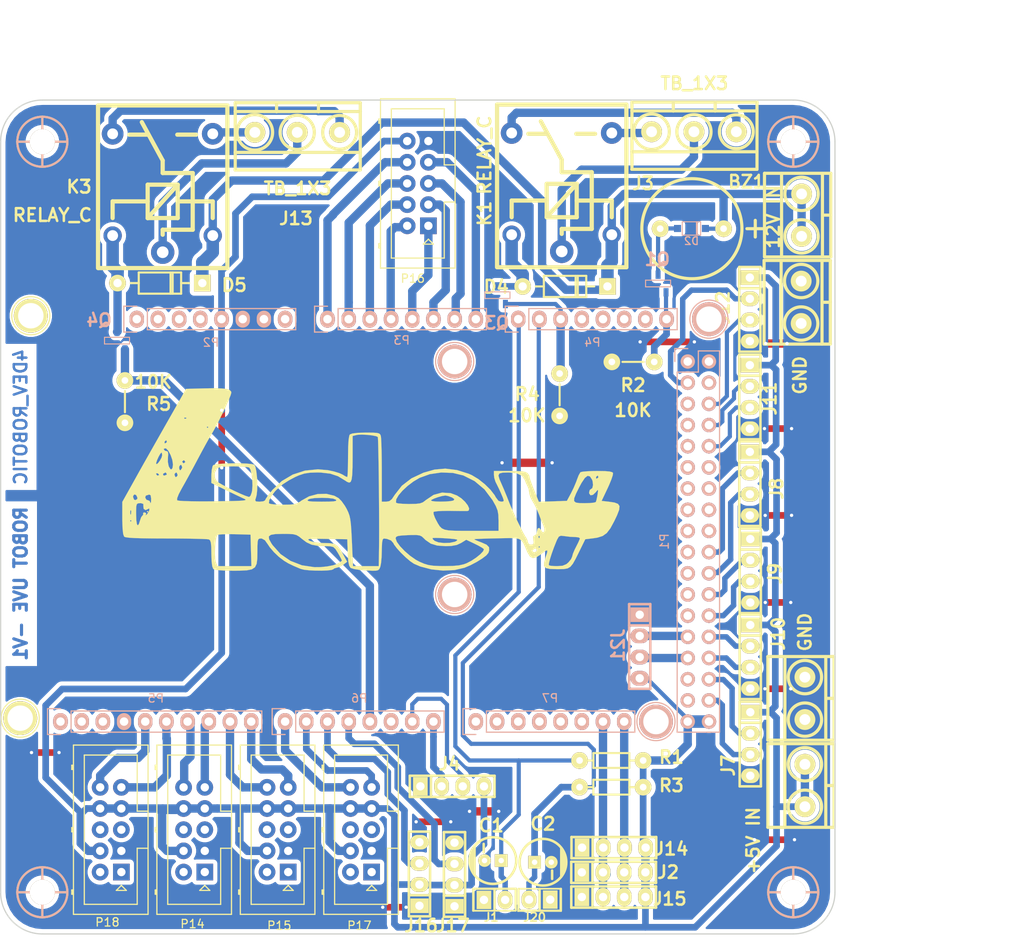
<source format=kicad_pcb>
(kicad_pcb (version 20171130) (host pcbnew 5.1.7-a382d34a8~87~ubuntu20.04.1)
  (title_block (date "mar. 31 mars 2015"))
  (layers (0 F.Cu signal) (31 B.Cu signal) (34 B.Paste user) (35 F.Paste user) (36 B.SilkS user) (37 F.SilkS user) (38 B.Mask user) (39 F.Mask user) (44 Edge.Cuts user))
  (net 0 "")
  (net 1 GND)
  (net 2 "/52(SCK)")
  (net 3 "/51(MOSI)")
  (net 4 /49)
  (net 5 /47)
  (net 6 /37)
  (net 7 /35)
  (net 8 /33)
  (net 9 /31)
  (net 10 /29)
  (net 11 /27)
  (net 12 /25)
  (net 13 /23)
  (net 14 +5V)
  (net 15 /A0)
  (net 16 /A1)
  (net 17 /A2)
  (net 18 /A3)
  (net 19 /A4)
  (net 20 /A5)
  (net 21 /A6)
  (net 22 /A7)
  (net 23 /A10)
  (net 24 /A15)
  (net 25 "/13(**)")
  (net 26 "/12(**)")
  (net 27 "/11(**)")
  (net 28 "/10(**)")
  (net 29 "/9(**)")
  (net 30 "/8(**)")
  (net 31 "/7(**)")
  (net 32 "/6(**)")
  (net 33 "/5(**)")
  (net 34 "/4(**)")
  (net 35 "/3(**)")
  (net 36 "/20(SDA)")
  (net 37 "/21(SCL)")
  (net 38 "Net-(BZ1-Pad2)")
  (net 39 /12V)
  (net 40 "Net-(J3-Pad1)")
  (net 41 "Net-(J3-Pad3)")
  (net 42 "Net-(D4-Pad1)")
  (net 43 "Net-(D5-Pad1)")
  (net 44 "Net-(J13-Pad3)")
  (net 45 "Net-(J13-Pad1)")
  (net 46 "Net-(J3-Pad2)")
  (net 47 "Net-(J13-Pad2)")
  (net 48 "/0(Rx0)")
  (net 49 "/1(Tx0)")
  (net 50 /A8)
  (net 51 /A9)
  (net 52 /28)
  (net 53 /26)
  (module EESTN5:DO-41 (layer F.Cu) (at 172.65 72.35)
    (fp_text reference D4 (at -8.25 0.05) (layer F.SilkS) (effects (font (size 1.524 1.524) (thickness 0.3048))))
    (fp_text value 1N4148 hide)
    (pad 2 thru_hole rect (at 5.08 0) (size 1.99898 1.99898) (drill 1.00076) (layers *.Cu *.Mask F.SilkS) (net 39 /12V))
    (pad 1 thru_hole circle (at -5.08 0) (size 1.99898 1.99898) (drill 1.00076) (layers *.Cu *.Mask F.SilkS) (net 42 "Net-(D4-Pad1)"))
  )
  (module EESTN5:pin_strip_4 (layer F.Cu) (at 194.85 127.22 270)
    (fp_text reference J7 (at 2.58 2.65 90) (layer F.SilkS) (effects (font (size 1.5 1.5) (thickness 0.3))))
    (fp_text value HC-SR04 hide)
    (pad 1 thru_hole rect (at -3.81 0 270) (size 1.75 2.2) (drill 1.00076) (layers *.Cu *.Mask F.SilkS) (net 14 +5V))
    (pad 2 thru_hole oval (at -1.27 0 270) (size 1.75 2.2) (drill 1.00076) (layers *.Cu *.Mask F.SilkS) (net 12 /25))
    (pad 3 thru_hole oval (at 1.27 0 270) (size 1.75 2.2) (drill 1.00076) (layers *.Cu *.Mask F.SilkS) (net 13 /23))
    (pad 4 thru_hole oval (at 3.81 0 270) (size 1.75 2.2) (drill 1.00076) (layers *.Cu *.Mask F.SilkS) (net 1 GND))
  )
  (module EESTN5:LOGO_4DEV1 (layer F.Cu) (at 149.4 95.4)
    (fp_text reference G*** hide)
    (fp_text value LOGO hide)
  )
  (module EESTN5:pin_strip_4 (layer F.Cu) (at 194.85 116.76 270)
    (fp_text reference J10 (at -2.76 -3.35 90) (layer F.SilkS) (effects (font (size 1.5 1.5) (thickness 0.3))))
    (fp_text value HC-SR04 hide)
    (pad 4 thru_hole oval (at 3.81 0 270) (size 1.75 2.2) (drill 1.00076) (layers *.Cu *.Mask F.SilkS) (net 1 GND))
    (pad 3 thru_hole oval (at 1.27 0 270) (size 1.75 2.2) (drill 1.00076) (layers *.Cu *.Mask F.SilkS) (net 11 /27))
    (pad 2 thru_hole oval (at -1.27 0 270) (size 1.75 2.2) (drill 1.00076) (layers *.Cu *.Mask F.SilkS) (net 10 /29))
    (pad 1 thru_hole rect (at -3.81 0 270) (size 1.75 2.2) (drill 1.00076) (layers *.Cu *.Mask F.SilkS) (net 14 +5V))
  )
  (module EESTN5:Header_2x05x2.54mm_Vertical (layer F.Cu) (at 148.2 137.5 90)
    (fp_text reference P17 (at -11.5 -0.2 180) (layer F.SilkS))
    (fp_text value motor1)
    (pad 10 thru_hole circle (at 5.08 -1.27 90) (size 2 2) (drill 1) (layers *.Cu *.Mask) (net 31 "/7(**)"))
    (pad 9 thru_hole circle (at 5.08 1.27 90) (size 2 2) (drill 1) (layers *.Cu *.Mask) (net 32 "/6(**)"))
    (pad 8 thru_hole circle (at 2.54 -1.27 90) (size 2 2) (drill 1) (layers *.Cu *.Mask) (net 14 +5V))
    (pad 7 thru_hole circle (at 2.54 1.27 90) (size 2 2) (drill 1) (layers *.Cu *.Mask) (net 14 +5V))
    (pad 6 thru_hole circle (at 0 -1.27 90) (size 2 2) (drill 1) (layers *.Cu *.Mask))
    (pad 5 thru_hole circle (at 0 1.27 90) (size 2 2) (drill 1) (layers *.Cu *.Mask))
    (pad 4 thru_hole circle (at -2.54 -1.27 90) (size 2 2) (drill 1) (layers *.Cu *.Mask) (net 14 +5V))
    (pad 3 thru_hole circle (at -2.54 1.27 90) (size 2 2) (drill 1) (layers *.Cu *.Mask) (net 1 GND))
    (pad 2 thru_hole circle (at -5.08 -1.27 90) (size 2 2) (drill 1) (layers *.Cu *.Mask))
    (pad 1 thru_hole rect (at -5.08 1.27 90) (size 2 2) (drill 1) (layers *.Cu *.Mask))
  )
  (module EESTN5:Header_2x05x2.54mm_Vertical (layer F.Cu) (at 138.2 137.5 90)
    (fp_text reference P15 (at -11.5 0.2 180) (layer F.SilkS))
    (fp_text value motor2)
    (pad 10 thru_hole circle (at 5.08 -1.27 90) (size 2 2) (drill 1) (layers *.Cu *.Mask) (net 29 "/9(**)"))
    (pad 9 thru_hole circle (at 5.08 1.27 90) (size 2 2) (drill 1) (layers *.Cu *.Mask) (net 30 "/8(**)"))
    (pad 8 thru_hole circle (at 2.54 -1.27 90) (size 2 2) (drill 1) (layers *.Cu *.Mask) (net 14 +5V))
    (pad 7 thru_hole circle (at 2.54 1.27 90) (size 2 2) (drill 1) (layers *.Cu *.Mask) (net 14 +5V))
    (pad 6 thru_hole circle (at 0 -1.27 90) (size 2 2) (drill 1) (layers *.Cu *.Mask))
    (pad 5 thru_hole circle (at 0 1.27 90) (size 2 2) (drill 1) (layers *.Cu *.Mask))
    (pad 4 thru_hole circle (at -2.54 -1.27 90) (size 2 2) (drill 1) (layers *.Cu *.Mask) (net 14 +5V))
    (pad 3 thru_hole circle (at -2.54 1.27 90) (size 2 2) (drill 1) (layers *.Cu *.Mask) (net 1 GND))
    (pad 2 thru_hole circle (at -5.08 -1.27 90) (size 2 2) (drill 1) (layers *.Cu *.Mask))
    (pad 1 thru_hole rect (at -5.08 1.27 90) (size 2 2) (drill 1) (layers *.Cu *.Mask))
  )
  (module EESTN5:Header_2x05x2.54mm_Vertical (layer F.Cu) (at 128.2 137.5 90)
    (fp_text reference P14 (at -11.3 -0.2 180) (layer F.SilkS))
    (fp_text value motor3)
    (pad 10 thru_hole circle (at 5.08 -1.27 90) (size 2 2) (drill 1) (layers *.Cu *.Mask) (net 27 "/11(**)"))
    (pad 9 thru_hole circle (at 5.08 1.27 90) (size 2 2) (drill 1) (layers *.Cu *.Mask) (net 28 "/10(**)"))
    (pad 8 thru_hole circle (at 2.54 -1.27 90) (size 2 2) (drill 1) (layers *.Cu *.Mask) (net 14 +5V))
    (pad 7 thru_hole circle (at 2.54 1.27 90) (size 2 2) (drill 1) (layers *.Cu *.Mask) (net 14 +5V))
    (pad 6 thru_hole circle (at 0 -1.27 90) (size 2 2) (drill 1) (layers *.Cu *.Mask))
    (pad 5 thru_hole circle (at 0 1.27 90) (size 2 2) (drill 1) (layers *.Cu *.Mask))
    (pad 4 thru_hole circle (at -2.54 -1.27 90) (size 2 2) (drill 1) (layers *.Cu *.Mask) (net 14 +5V))
    (pad 3 thru_hole circle (at -2.54 1.27 90) (size 2 2) (drill 1) (layers *.Cu *.Mask) (net 1 GND))
    (pad 2 thru_hole circle (at -5.08 -1.27 90) (size 2 2) (drill 1) (layers *.Cu *.Mask))
    (pad 1 thru_hole rect (at -5.08 1.27 90) (size 2 2) (drill 1) (layers *.Cu *.Mask))
  )
  (module EESTN5:Header_2x05x2.54mm_Vertical (layer F.Cu) (at 118.2 137.5 90)
    (fp_text reference P18 (at -11.1 -0.4 180) (layer F.SilkS))
    (fp_text value motor4)
    (pad 10 thru_hole circle (at 5.08 -1.27 90) (size 2 2) (drill 1) (layers *.Cu *.Mask) (net 25 "/13(**)"))
    (pad 9 thru_hole circle (at 5.08 1.27 90) (size 2 2) (drill 1) (layers *.Cu *.Mask) (net 26 "/12(**)"))
    (pad 8 thru_hole circle (at 2.54 -1.27 90) (size 2 2) (drill 1) (layers *.Cu *.Mask) (net 14 +5V))
    (pad 7 thru_hole circle (at 2.54 1.27 90) (size 2 2) (drill 1) (layers *.Cu *.Mask) (net 14 +5V))
    (pad 6 thru_hole circle (at 0 -1.27 90) (size 2 2) (drill 1) (layers *.Cu *.Mask))
    (pad 5 thru_hole circle (at 0 1.27 90) (size 2 2) (drill 1) (layers *.Cu *.Mask))
    (pad 4 thru_hole circle (at -2.54 -1.27 90) (size 2 2) (drill 1) (layers *.Cu *.Mask) (net 14 +5V))
    (pad 3 thru_hole circle (at -2.54 1.27 90) (size 2 2) (drill 1) (layers *.Cu *.Mask) (net 1 GND))
    (pad 2 thru_hole circle (at -5.08 -1.27 90) (size 2 2) (drill 1) (layers *.Cu *.Mask))
    (pad 1 thru_hole rect (at -5.08 1.27 90) (size 2 2) (drill 1) (layers *.Cu *.Mask))
  )
  (module EESTN5:Header_2x05x2.54mm_Vertical (layer F.Cu) (at 155 60 90)
    (fp_text reference P16 (at -11.4 -0.6 180) (layer F.SilkS))
    (fp_text value "Sensores de Linea")
    (pad 10 thru_hole circle (at 5.08 -1.27 90) (size 2 2) (drill 1) (layers *.Cu *.Mask) (net 14 +5V))
    (pad 9 thru_hole circle (at 5.08 1.27 90) (size 2 2) (drill 1) (layers *.Cu *.Mask) (net 1 GND))
    (pad 8 thru_hole circle (at 2.54 -1.27 90) (size 2 2) (drill 1) (layers *.Cu *.Mask) (net 15 /A0))
    (pad 7 thru_hole circle (at 2.54 1.27 90) (size 2 2) (drill 1) (layers *.Cu *.Mask) (net 22 /A7))
    (pad 6 thru_hole circle (at 0 -1.27 90) (size 2 2) (drill 1) (layers *.Cu *.Mask) (net 16 /A1))
    (pad 5 thru_hole circle (at 0 1.27 90) (size 2 2) (drill 1) (layers *.Cu *.Mask) (net 21 /A6))
    (pad 4 thru_hole circle (at -2.54 -1.27 90) (size 2 2) (drill 1) (layers *.Cu *.Mask) (net 17 /A2))
    (pad 3 thru_hole circle (at -2.54 1.27 90) (size 2 2) (drill 1) (layers *.Cu *.Mask) (net 20 /A5))
    (pad 2 thru_hole circle (at -5.08 -1.27 90) (size 2 2) (drill 1) (layers *.Cu *.Mask) (net 18 /A3))
    (pad 1 thru_hole rect (at -5.08 1.27 90) (size 2 2) (drill 1) (layers *.Cu *.Mask) (net 19 /A4))
  )
  (module EESTN5:pin_strip_4 (layer F.Cu) (at 159.12 132.3)
    (fp_text reference J4 (at -0.32 -2.7) (layer F.SilkS) (effects (font (size 1.5 1.5) (thickness 0.3))))
    (fp_text value "comunicacion a rpi" hide)
    (pad 1 thru_hole rect (at -3.81 0) (size 1.75 2.2) (drill 1.00076) (layers *.Cu *.Mask F.SilkS) (net 1 GND))
    (pad 2 thru_hole oval (at -1.27 0) (size 1.75 2.2) (drill 1.00076) (layers *.Cu *.Mask F.SilkS) (net 48 "/0(Rx0)"))
    (pad 3 thru_hole oval (at 1.27 0) (size 1.75 2.2) (drill 1.00076) (layers *.Cu *.Mask F.SilkS) (net 49 "/1(Tx0)"))
    (pad 4 thru_hole oval (at 3.81 0) (size 1.75 2.2) (drill 1.00076) (layers *.Cu *.Mask F.SilkS) (net 14 +5V))
  )
  (module EESTN5:Pin_Header_2 (layer F.Cu) (at 164.2 145.6)
    (fp_text reference J1 (at -0.4 2.4) (layer F.SilkS) (effects (font (size 1.016 1.016) (thickness 0.2032))))
    (fp_text value pulsador1 hide)
    (pad 2 thru_hole oval (at 1.27 0.3175) (size 1.75 2.19964) (drill 1.00076) (layers *.Cu *.Mask F.SilkS) (net 50 /A8))
    (pad 1 thru_hole rect (at -1.27 0.3175) (size 1.75 2.19964) (drill 1.00076) (layers *.Cu *.Mask F.SilkS) (net 1 GND))
  )
  (module EESTN5:CAP_ELEC_5x11mm (layer F.Cu) (at 170 141.4 270)
    (fp_text reference C2 (at -4.6 0 180) (layer F.SilkS) (effects (font (size 1.524 1.524) (thickness 0.3048))))
    (fp_text value 10uf hide)
    (pad 2 thru_hole circle (at 0 -1 270) (size 1.524 1.524) (drill 0.65) (layers *.Cu *.Mask F.SilkS) (net 1 GND))
    (pad 1 thru_hole rect (at 0 1 270) (size 1.524 1.524) (drill 0.65) (layers *.Cu *.Mask F.SilkS) (net 51 /A9))
  )
  (module EESTN5:CAP_ELEC_5x11mm (layer F.Cu) (at 164 141.2 90)
    (fp_text reference C1 (at 4.2 -0.2 180) (layer F.SilkS) (effects (font (size 1.524 1.524) (thickness 0.3048))))
    (fp_text value 10uf hide)
    (pad 1 thru_hole rect (at 0 1 90) (size 1.524 1.524) (drill 0.65) (layers *.Cu *.Mask F.SilkS) (net 50 /A8))
    (pad 2 thru_hole circle (at 0 -1 90) (size 1.524 1.524) (drill 0.65) (layers *.Cu *.Mask F.SilkS) (net 1 GND))
  )
  (module EESTN5:DO-41 (layer F.Cu) (at 124.095 71.95)
    (fp_text reference D5 (at 8.905 0.25) (layer F.SilkS) (effects (font (size 1.524 1.524) (thickness 0.3048))))
    (fp_text value 1N4148 hide)
    (pad 2 thru_hole rect (at 5.08 0) (size 1.99898 1.99898) (drill 1.00076) (layers *.Cu *.Mask F.SilkS) (net 39 /12V))
    (pad 1 thru_hole circle (at -5.08 0) (size 1.99898 1.99898) (drill 1.00076) (layers *.Cu *.Mask F.SilkS) (net 43 "Net-(D5-Pad1)"))
  )
  (module EESTN5:BORNERA3_AZUL (layer F.Cu) (at 188.1 53.8 180)
    (fp_text reference J3 (at 6.1 -6.2) (layer F.SilkS) (effects (font (size 1.5 1.5) (thickness 0.3))))
    (fp_text value TB_1X3 (at -0.05 5.8) (layer F.SilkS) (effects (font (size 1.5 1.5) (thickness 0.3))))
    (pad 2 thru_hole circle (at 0 0 180) (size 2.5 2.5) (drill 1.3) (layers *.Cu *.Mask F.SilkS) (net 46 "Net-(J3-Pad2)"))
    (pad 1 thru_hole circle (at -5.08 0 180) (size 2.5 2.5) (drill 1.3) (layers *.Cu *.Mask F.SilkS) (net 40 "Net-(J3-Pad1)"))
    (pad 3 thru_hole circle (at 5.08 0 180) (size 2.5 2.5) (drill 1.3) (layers *.Cu *.Mask F.SilkS) (net 41 "Net-(J3-Pad3)"))
  )
  (module Socket_Arduino_Mega:Socket_Strip_Arduino_2x18 (layer B.Cu) (at 187.358 81.354 270)
    (fp_text reference P1 (at 21.59 2.794 270) (layer B.SilkS) (effects (justify mirror)))
    (fp_text value Digital)
    (pad 1 thru_hole circle (at 0 0 270) (size 1.7272 1.7272) (drill 1.016) (layers *.Cu *.Mask B.SilkS) (net 1 GND))
    (pad 2 thru_hole oval (at 0 -2.54 270) (size 1.7272 1.7272) (drill 1.016) (layers *.Cu *.Mask B.SilkS) (net 1 GND))
    (pad 3 thru_hole oval (at 2.54 0 270) (size 1.7272 1.7272) (drill 1.016) (layers *.Cu *.Mask B.SilkS) (net 2 "/52(SCK)"))
    (pad 4 thru_hole oval (at 2.54 -2.54 270) (size 1.7272 1.7272) (drill 1.016) (layers *.Cu *.Mask B.SilkS))
    (pad 5 thru_hole oval (at 5.08 0 270) (size 1.7272 1.7272) (drill 1.016) (layers *.Cu *.Mask B.SilkS))
    (pad 6 thru_hole oval (at 5.08 -2.54 270) (size 1.7272 1.7272) (drill 1.016) (layers *.Cu *.Mask B.SilkS) (net 3 "/51(MOSI)"))
    (pad 7 thru_hole oval (at 7.62 0 270) (size 1.7272 1.7272) (drill 1.016) (layers *.Cu *.Mask B.SilkS))
    (pad 8 thru_hole oval (at 7.62 -2.54 270) (size 1.7272 1.7272) (drill 1.016) (layers *.Cu *.Mask B.SilkS) (net 4 /49))
    (pad 9 thru_hole oval (at 10.16 0 270) (size 1.7272 1.7272) (drill 1.016) (layers *.Cu *.Mask B.SilkS))
    (pad 10 thru_hole oval (at 10.16 -2.54 270) (size 1.7272 1.7272) (drill 1.016) (layers *.Cu *.Mask B.SilkS) (net 5 /47))
    (pad 11 thru_hole oval (at 12.7 0 270) (size 1.7272 1.7272) (drill 1.016) (layers *.Cu *.Mask B.SilkS))
    (pad 12 thru_hole oval (at 12.7 -2.54 270) (size 1.7272 1.7272) (drill 1.016) (layers *.Cu *.Mask B.SilkS))
    (pad 13 thru_hole oval (at 15.24 0 270) (size 1.7272 1.7272) (drill 1.016) (layers *.Cu *.Mask B.SilkS))
    (pad 14 thru_hole oval (at 15.24 -2.54 270) (size 1.7272 1.7272) (drill 1.016) (layers *.Cu *.Mask B.SilkS))
    (pad 15 thru_hole oval (at 17.78 0 270) (size 1.7272 1.7272) (drill 1.016) (layers *.Cu *.Mask B.SilkS))
    (pad 16 thru_hole oval (at 17.78 -2.54 270) (size 1.7272 1.7272) (drill 1.016) (layers *.Cu *.Mask B.SilkS))
    (pad 17 thru_hole oval (at 20.32 0 270) (size 1.7272 1.7272) (drill 1.016) (layers *.Cu *.Mask B.SilkS))
    (pad 18 thru_hole oval (at 20.32 -2.54 270) (size 1.7272 1.7272) (drill 1.016) (layers *.Cu *.Mask B.SilkS))
    (pad 19 thru_hole oval (at 22.86 0 270) (size 1.7272 1.7272) (drill 1.016) (layers *.Cu *.Mask B.SilkS))
    (pad 20 thru_hole oval (at 22.86 -2.54 270) (size 1.7272 1.7272) (drill 1.016) (layers *.Cu *.Mask B.SilkS) (net 6 /37))
    (pad 21 thru_hole oval (at 25.4 0 270) (size 1.7272 1.7272) (drill 1.016) (layers *.Cu *.Mask B.SilkS))
    (pad 22 thru_hole oval (at 25.4 -2.54 270) (size 1.7272 1.7272) (drill 1.016) (layers *.Cu *.Mask B.SilkS) (net 7 /35))
    (pad 23 thru_hole oval (at 27.94 0 270) (size 1.7272 1.7272) (drill 1.016) (layers *.Cu *.Mask B.SilkS))
    (pad 24 thru_hole oval (at 27.94 -2.54 270) (size 1.7272 1.7272) (drill 1.016) (layers *.Cu *.Mask B.SilkS) (net 8 /33))
    (pad 25 thru_hole oval (at 30.48 0 270) (size 1.7272 1.7272) (drill 1.016) (layers *.Cu *.Mask B.SilkS))
    (pad 26 thru_hole oval (at 30.48 -2.54 270) (size 1.7272 1.7272) (drill 1.016) (layers *.Cu *.Mask B.SilkS) (net 9 /31))
    (pad 27 thru_hole oval (at 33.02 0 270) (size 1.7272 1.7272) (drill 1.016) (layers *.Cu *.Mask B.SilkS) (net 52 /28))
    (pad 28 thru_hole oval (at 33.02 -2.54 270) (size 1.7272 1.7272) (drill 1.016) (layers *.Cu *.Mask B.SilkS) (net 10 /29))
    (pad 29 thru_hole oval (at 35.56 0 270) (size 1.7272 1.7272) (drill 1.016) (layers *.Cu *.Mask B.SilkS) (net 53 /26))
    (pad 30 thru_hole oval (at 35.56 -2.54 270) (size 1.7272 1.7272) (drill 1.016) (layers *.Cu *.Mask B.SilkS) (net 11 /27))
    (pad 31 thru_hole oval (at 38.1 0 270) (size 1.7272 1.7272) (drill 1.016) (layers *.Cu *.Mask B.SilkS))
    (pad 32 thru_hole oval (at 38.1 -2.54 270) (size 1.7272 1.7272) (drill 1.016) (layers *.Cu *.Mask B.SilkS) (net 12 /25))
    (pad 33 thru_hole oval (at 40.64 0 270) (size 1.7272 1.7272) (drill 1.016) (layers *.Cu *.Mask B.SilkS))
    (pad 34 thru_hole oval (at 40.64 -2.54 270) (size 1.7272 1.7272) (drill 1.016) (layers *.Cu *.Mask B.SilkS) (net 13 /23))
    (pad 35 thru_hole oval (at 43.18 0 270) (size 1.7272 1.7272) (drill 1.016) (layers *.Cu *.Mask B.SilkS) (net 14 +5V))
    (pad 36 thru_hole oval (at 43.18 -2.54 270) (size 1.7272 1.7272) (drill 1.016) (layers *.Cu *.Mask B.SilkS) (net 14 +5V))
  )
  (module Socket_Arduino_Mega:Socket_Strip_Arduino_1x08 (layer B.Cu) (at 121.318 76.274)
    (fp_text reference P2 (at 8.89 2.794) (layer B.SilkS) (effects (justify mirror)))
    (fp_text value Power)
    (pad 1 thru_hole oval (at 0 0) (size 1.7272 2.032) (drill 1.016) (layers *.Cu *.Mask B.SilkS))
    (pad 2 thru_hole oval (at 2.54 0) (size 1.7272 2.032) (drill 1.016) (layers *.Cu *.Mask B.SilkS))
    (pad 3 thru_hole oval (at 5.08 0) (size 1.7272 2.032) (drill 1.016) (layers *.Cu *.Mask B.SilkS))
    (pad 4 thru_hole oval (at 7.62 0) (size 1.7272 2.032) (drill 1.016) (layers *.Cu *.Mask B.SilkS))
    (pad 5 thru_hole oval (at 10.16 0) (size 1.7272 2.032) (drill 1.016) (layers *.Cu *.Mask B.SilkS) (net 14 +5V))
    (pad 6 thru_hole oval (at 12.7 0) (size 1.7272 2.032) (drill 1.016) (layers *.Cu *.Mask B.SilkS) (net 1 GND))
    (pad 7 thru_hole oval (at 15.24 0) (size 1.7272 2.032) (drill 1.016) (layers *.Cu *.Mask B.SilkS) (net 1 GND))
    (pad 8 thru_hole oval (at 17.78 0) (size 1.7272 2.032) (drill 1.016) (layers *.Cu *.Mask B.SilkS))
  )
  (module Socket_Arduino_Mega:Socket_Strip_Arduino_1x08 (layer B.Cu) (at 144.178 76.274)
    (fp_text reference P3 (at 8.89 2.54) (layer B.SilkS) (effects (justify mirror)))
    (fp_text value Analog)
    (pad 1 thru_hole oval (at 0 0) (size 1.7272 2.032) (drill 1.016) (layers *.Cu *.Mask B.SilkS) (net 15 /A0))
    (pad 2 thru_hole oval (at 2.54 0) (size 1.7272 2.032) (drill 1.016) (layers *.Cu *.Mask B.SilkS) (net 16 /A1))
    (pad 3 thru_hole oval (at 5.08 0) (size 1.7272 2.032) (drill 1.016) (layers *.Cu *.Mask B.SilkS) (net 17 /A2))
    (pad 4 thru_hole oval (at 7.62 0) (size 1.7272 2.032) (drill 1.016) (layers *.Cu *.Mask B.SilkS) (net 18 /A3))
    (pad 5 thru_hole oval (at 10.16 0) (size 1.7272 2.032) (drill 1.016) (layers *.Cu *.Mask B.SilkS) (net 19 /A4))
    (pad 6 thru_hole oval (at 12.7 0) (size 1.7272 2.032) (drill 1.016) (layers *.Cu *.Mask B.SilkS) (net 20 /A5))
    (pad 7 thru_hole oval (at 15.24 0) (size 1.7272 2.032) (drill 1.016) (layers *.Cu *.Mask B.SilkS) (net 21 /A6))
    (pad 8 thru_hole oval (at 17.78 0) (size 1.7272 2.032) (drill 1.016) (layers *.Cu *.Mask B.SilkS) (net 22 /A7))
  )
  (module Socket_Arduino_Mega:Socket_Strip_Arduino_1x08 (layer B.Cu) (at 167.038 76.274)
    (fp_text reference P4 (at 8.89 2.794) (layer B.SilkS) (effects (justify mirror)))
    (fp_text value Analog)
    (pad 1 thru_hole oval (at 0 0) (size 1.7272 2.032) (drill 1.016) (layers *.Cu *.Mask B.SilkS) (net 50 /A8))
    (pad 2 thru_hole oval (at 2.54 0) (size 1.7272 2.032) (drill 1.016) (layers *.Cu *.Mask B.SilkS) (net 51 /A9))
    (pad 3 thru_hole oval (at 5.08 0) (size 1.7272 2.032) (drill 1.016) (layers *.Cu *.Mask B.SilkS) (net 23 /A10))
    (pad 4 thru_hole oval (at 7.62 0) (size 1.7272 2.032) (drill 1.016) (layers *.Cu *.Mask B.SilkS))
    (pad 5 thru_hole oval (at 10.16 0) (size 1.7272 2.032) (drill 1.016) (layers *.Cu *.Mask B.SilkS))
    (pad 6 thru_hole oval (at 12.7 0) (size 1.7272 2.032) (drill 1.016) (layers *.Cu *.Mask B.SilkS))
    (pad 7 thru_hole oval (at 15.24 0) (size 1.7272 2.032) (drill 1.016) (layers *.Cu *.Mask B.SilkS))
    (pad 8 thru_hole oval (at 17.78 0) (size 1.7272 2.032) (drill 1.016) (layers *.Cu *.Mask B.SilkS) (net 24 /A15))
  )
  (module Socket_Arduino_Mega:Socket_Strip_Arduino_1x10 (layer B.Cu) (at 112.174 124.534)
    (fp_text reference P5 (at 11.43 -2.794) (layer B.SilkS) (effects (justify mirror)))
    (fp_text value PWM)
    (pad 1 thru_hole oval (at 0 0) (size 1.7272 2.032) (drill 1.016) (layers *.Cu *.Mask B.SilkS))
    (pad 2 thru_hole oval (at 2.54 0) (size 1.7272 2.032) (drill 1.016) (layers *.Cu *.Mask B.SilkS))
    (pad 3 thru_hole oval (at 5.08 0) (size 1.7272 2.032) (drill 1.016) (layers *.Cu *.Mask B.SilkS))
    (pad 4 thru_hole oval (at 7.62 0) (size 1.7272 2.032) (drill 1.016) (layers *.Cu *.Mask B.SilkS) (net 1 GND))
    (pad 5 thru_hole oval (at 10.16 0) (size 1.7272 2.032) (drill 1.016) (layers *.Cu *.Mask B.SilkS) (net 25 "/13(**)"))
    (pad 6 thru_hole oval (at 12.7 0) (size 1.7272 2.032) (drill 1.016) (layers *.Cu *.Mask B.SilkS) (net 26 "/12(**)"))
    (pad 7 thru_hole oval (at 15.24 0) (size 1.7272 2.032) (drill 1.016) (layers *.Cu *.Mask B.SilkS) (net 27 "/11(**)"))
    (pad 8 thru_hole oval (at 17.78 0) (size 1.7272 2.032) (drill 1.016) (layers *.Cu *.Mask B.SilkS) (net 28 "/10(**)"))
    (pad 9 thru_hole oval (at 20.32 0) (size 1.7272 2.032) (drill 1.016) (layers *.Cu *.Mask B.SilkS) (net 29 "/9(**)"))
    (pad 10 thru_hole oval (at 22.86 0) (size 1.7272 2.032) (drill 1.016) (layers *.Cu *.Mask B.SilkS) (net 30 "/8(**)"))
  )
  (module Socket_Arduino_Mega:Socket_Strip_Arduino_1x08 (layer B.Cu) (at 139.098 124.534)
    (fp_text reference P6 (at 8.89 -2.794) (layer B.SilkS) (effects (justify mirror)))
    (fp_text value PWM)
    (pad 1 thru_hole oval (at 0 0) (size 1.7272 2.032) (drill 1.016) (layers *.Cu *.Mask B.SilkS) (net 31 "/7(**)"))
    (pad 2 thru_hole oval (at 2.54 0) (size 1.7272 2.032) (drill 1.016) (layers *.Cu *.Mask B.SilkS) (net 32 "/6(**)"))
    (pad 3 thru_hole oval (at 5.08 0) (size 1.7272 2.032) (drill 1.016) (layers *.Cu *.Mask B.SilkS) (net 33 "/5(**)"))
    (pad 4 thru_hole oval (at 7.62 0) (size 1.7272 2.032) (drill 1.016) (layers *.Cu *.Mask B.SilkS) (net 34 "/4(**)"))
    (pad 5 thru_hole oval (at 10.16 0) (size 1.7272 2.032) (drill 1.016) (layers *.Cu *.Mask B.SilkS) (net 35 "/3(**)"))
    (pad 6 thru_hole oval (at 12.7 0) (size 1.7272 2.032) (drill 1.016) (layers *.Cu *.Mask B.SilkS))
    (pad 7 thru_hole oval (at 15.24 0) (size 1.7272 2.032) (drill 1.016) (layers *.Cu *.Mask B.SilkS) (net 49 "/1(Tx0)"))
    (pad 8 thru_hole oval (at 17.78 0) (size 1.7272 2.032) (drill 1.016) (layers *.Cu *.Mask B.SilkS) (net 48 "/0(Rx0)"))
  )
  (module Socket_Arduino_Mega:Socket_Strip_Arduino_1x08 (layer B.Cu) (at 161.958 124.534)
    (fp_text reference P7 (at 8.89 -2.794) (layer B.SilkS) (effects (justify mirror)))
    (fp_text value Communication)
    (pad 1 thru_hole oval (at 0 0) (size 1.7272 2.032) (drill 1.016) (layers *.Cu *.Mask B.SilkS))
    (pad 2 thru_hole oval (at 2.54 0) (size 1.7272 2.032) (drill 1.016) (layers *.Cu *.Mask B.SilkS))
    (pad 3 thru_hole oval (at 5.08 0) (size 1.7272 2.032) (drill 1.016) (layers *.Cu *.Mask B.SilkS))
    (pad 4 thru_hole oval (at 7.62 0) (size 1.7272 2.032) (drill 1.016) (layers *.Cu *.Mask B.SilkS))
    (pad 5 thru_hole oval (at 10.16 0) (size 1.7272 2.032) (drill 1.016) (layers *.Cu *.Mask B.SilkS))
    (pad 6 thru_hole oval (at 12.7 0) (size 1.7272 2.032) (drill 1.016) (layers *.Cu *.Mask B.SilkS))
    (pad 7 thru_hole oval (at 15.24 0) (size 1.7272 2.032) (drill 1.016) (layers *.Cu *.Mask B.SilkS) (net 36 "/20(SDA)"))
    (pad 8 thru_hole oval (at 17.78 0) (size 1.7272 2.032) (drill 1.016) (layers *.Cu *.Mask B.SilkS) (net 37 "/21(SCL)"))
  )
  (module Socket_Arduino_Mega:Arduino_1pin (layer F.Cu) (at 107.348 124.126)
    (fp_text reference P8 hide)
    (fp_text value CONN_01X01 hide)
    (pad 1 thru_hole circle (at 0 0) (size 4.064 4.064) (drill 3.048) (layers *.Cu *.Mask F.SilkS))
  )
  (module Socket_Arduino_Mega:Arduino_1pin (layer B.Cu) (at 159.418 81.354)
    (fp_text reference P9 hide)
    (fp_text value CONN_01X01 hide)
    (pad 1 thru_hole circle (at 0 0) (size 4.064 4.064) (drill 3.048) (layers *.Cu *.Mask B.SilkS))
  )
  (module Socket_Arduino_Mega:Arduino_1pin (layer B.Cu) (at 189.898 76.274)
    (fp_text reference P10 hide)
    (fp_text value CONN_01X01 hide)
    (pad 1 thru_hole circle (at 0 0) (size 4.064 4.064) (drill 3.048) (layers *.Cu *.Mask B.SilkS))
  )
  (module Socket_Arduino_Mega:Arduino_1pin (layer F.Cu) (at 108.618 75.866)
    (fp_text reference P11 hide)
    (fp_text value CONN_01X01 hide)
    (pad 1 thru_hole circle (at 0 0) (size 4.064 4.064) (drill 3.048) (layers *.Cu *.Mask F.SilkS))
  )
  (module Socket_Arduino_Mega:Arduino_1pin (layer B.Cu) (at 159.418 109.294)
    (fp_text reference P12 hide)
    (fp_text value CONN_01X01 hide)
    (pad 1 thru_hole circle (at 0 0) (size 4.064 4.064) (drill 3.048) (layers *.Cu *.Mask B.SilkS))
  )
  (module Socket_Arduino_Mega:Arduino_1pin (layer B.Cu) (at 183.548 124.534)
    (fp_text reference P13 hide)
    (fp_text value CONN_01X01 hide)
    (pad 1 thru_hole circle (at 0 0) (size 4.064 4.064) (drill 3.048) (layers *.Cu *.Mask B.SilkS))
  )
  (module EESTN5:Buzzer_12mm (layer F.Cu) (at 187.85 65.425)
    (fp_text reference BZ1 (at 6.55 -5.625) (layer F.SilkS) (effects (font (size 1.5 1.5) (thickness 0.3))))
    (fp_text value Buzzer hide)
    (pad 2 thru_hole circle (at -3.8 0) (size 2 2) (drill 0.8) (layers *.Cu *.Mask F.SilkS) (net 38 "Net-(BZ1-Pad2)"))
    (pad 1 thru_hole circle (at 3.8 0) (size 2 2) (drill 0.8) (layers *.Cu *.Mask F.SilkS) (net 39 /12V))
  )
  (module EESTN5:hole_3mm (layer F.Cu) (at 110 55)
    (fp_text reference H1 hide)
    (fp_text value Mounting_Hole hide)
    (pad 1 thru_hole circle (at 0 0) (size 3 3) (drill 3) (layers *.Cu F.SilkS))
  )
  (module EESTN5:hole_3mm (layer F.Cu) (at 200 55)
    (fp_text reference H2 hide)
    (fp_text value Mounting_Hole hide)
    (pad 1 thru_hole circle (at 0 0) (size 3 3) (drill 3) (layers *.Cu F.SilkS))
  )
  (module EESTN5:hole_3mm (layer F.Cu) (at 200 145)
    (fp_text reference H3 hide)
    (fp_text value Mounting_Hole hide)
    (pad 1 thru_hole circle (at 0 0) (size 3 3) (drill 3) (layers *.Cu F.SilkS))
  )
  (module EESTN5:hole_3mm (layer F.Cu) (at 110 145)
    (fp_text reference H4 hide)
    (fp_text value Mounting_Hole hide)
    (pad 1 thru_hole circle (at 0 0) (size 3 3) (drill 3) (layers *.Cu F.SilkS))
  )
  (module EESTN5:pin_strip_4 (layer F.Cu) (at 178.47 142.612)
    (fp_text reference J2 (at 6.53 -0.012) (layer F.SilkS) (effects (font (size 1.5 1.5) (thickness 0.3))))
    (fp_text value I2C_A hide)
    (pad 1 thru_hole rect (at -3.81 0) (size 1.75 2.2) (drill 1.00076) (layers *.Cu *.Mask F.SilkS) (net 1 GND))
    (pad 2 thru_hole oval (at -1.27 0) (size 1.75 2.2) (drill 1.00076) (layers *.Cu *.Mask F.SilkS) (net 36 "/20(SDA)"))
    (pad 3 thru_hole oval (at 1.27 0) (size 1.75 2.2) (drill 1.00076) (layers *.Cu *.Mask F.SilkS) (net 37 "/21(SCL)"))
    (pad 4 thru_hole oval (at 3.81 0) (size 1.75 2.2) (drill 1.00076) (layers *.Cu *.Mask F.SilkS) (net 14 +5V))
  )
  (module EESTN5:BORNERA2_AZUL (layer F.Cu) (at 201 63.8 90)
    (fp_text reference J5 hide)
    (fp_text value "12V IN" (at -0.2 -3.4 90) (layer F.SilkS) (effects (font (size 1.5 1.5) (thickness 0.3))))
    (pad 2 thru_hole circle (at 2.54 0 90) (size 2.5 2.5) (drill 1.3) (layers *.Cu *.Mask F.SilkS) (net 39 /12V))
    (pad 1 thru_hole circle (at -2.54 0 90) (size 2.5 2.5) (drill 1.3) (layers *.Cu *.Mask F.SilkS) (net 39 /12V))
  )
  (module EESTN5:BORNERA2_AZUL (layer F.Cu) (at 200.95 74.25 90)
    (fp_text reference J6 hide)
    (fp_text value GND (at -8.75 -0.15 90) (layer F.SilkS) (effects (font (size 1.5 1.5) (thickness 0.3))))
    (pad 1 thru_hole circle (at -2.54 0 90) (size 2.5 2.5) (drill 1.3) (layers *.Cu *.Mask F.SilkS) (net 1 GND))
    (pad 2 thru_hole circle (at 2.54 0 90) (size 2.5 2.5) (drill 1.3) (layers *.Cu *.Mask F.SilkS) (net 1 GND))
  )
  (module EESTN5:pin_strip_4 (layer F.Cu) (at 194.8 96 270)
    (fp_text reference J8 (at 0.6 -3.2 90) (layer F.SilkS) (effects (font (size 1.5 1.5) (thickness 0.3))))
    (fp_text value HC-SR04 hide)
    (pad 4 thru_hole oval (at 3.81 0 270) (size 1.75 2.2) (drill 1.00076) (layers *.Cu *.Mask F.SilkS) (net 1 GND))
    (pad 3 thru_hole oval (at 1.27 0 270) (size 1.75 2.2) (drill 1.00076) (layers *.Cu *.Mask F.SilkS) (net 7 /35))
    (pad 2 thru_hole oval (at -1.27 0 270) (size 1.75 2.2) (drill 1.00076) (layers *.Cu *.Mask F.SilkS) (net 6 /37))
    (pad 1 thru_hole rect (at -3.81 0 270) (size 1.75 2.2) (drill 1.00076) (layers *.Cu *.Mask F.SilkS) (net 14 +5V))
  )
  (module EESTN5:pin_strip_4 (layer F.Cu) (at 194.85 106.45 270)
    (fp_text reference J9 (at 0.35 -2.95 90) (layer F.SilkS) (effects (font (size 1.5 1.5) (thickness 0.3))))
    (fp_text value HC-SR04 hide)
    (pad 1 thru_hole rect (at -3.81 0 270) (size 1.75 2.2) (drill 1.00076) (layers *.Cu *.Mask F.SilkS) (net 14 +5V))
    (pad 2 thru_hole oval (at -1.27 0 270) (size 1.75 2.2) (drill 1.00076) (layers *.Cu *.Mask F.SilkS) (net 8 /33))
    (pad 3 thru_hole oval (at 1.27 0 270) (size 1.75 2.2) (drill 1.00076) (layers *.Cu *.Mask F.SilkS) (net 9 /31))
    (pad 4 thru_hole oval (at 3.81 0 270) (size 1.75 2.2) (drill 1.00076) (layers *.Cu *.Mask F.SilkS) (net 1 GND))
  )
  (module EESTN5:pin_strip_4 (layer F.Cu) (at 194.8 85.6 270)
    (fp_text reference J11 (at 0.2 -2.4 90) (layer F.SilkS) (effects (font (size 1.5 1.5) (thickness 0.3))))
    (fp_text value HC-SR04 hide)
    (pad 1 thru_hole rect (at -3.81 0 270) (size 1.75 2.2) (drill 1.00076) (layers *.Cu *.Mask F.SilkS) (net 14 +5V))
    (pad 2 thru_hole oval (at -1.27 0 270) (size 1.75 2.2) (drill 1.00076) (layers *.Cu *.Mask F.SilkS) (net 4 /49))
    (pad 3 thru_hole oval (at 1.27 0 270) (size 1.75 2.2) (drill 1.00076) (layers *.Cu *.Mask F.SilkS) (net 5 /47))
    (pad 4 thru_hole oval (at 3.81 0 270) (size 1.75 2.2) (drill 1.00076) (layers *.Cu *.Mask F.SilkS) (net 1 GND))
  )
  (module EESTN5:pin_strip_4 (layer F.Cu) (at 194.8 75.1 270)
    (fp_text reference J12 (at -0.2032 3.2258 90) (layer F.SilkS) (effects (font (size 1.5 1.5) (thickness 0.3))))
    (fp_text value HC-SR04 hide)
    (pad 1 thru_hole rect (at -3.81 0 270) (size 1.75 2.2) (drill 1.00076) (layers *.Cu *.Mask F.SilkS) (net 14 +5V))
    (pad 2 thru_hole oval (at -1.27 0 270) (size 1.75 2.2) (drill 1.00076) (layers *.Cu *.Mask F.SilkS) (net 2 "/52(SCK)"))
    (pad 3 thru_hole oval (at 1.27 0 270) (size 1.75 2.2) (drill 1.00076) (layers *.Cu *.Mask F.SilkS) (net 3 "/51(MOSI)"))
    (pad 4 thru_hole oval (at 3.81 0 270) (size 1.75 2.2) (drill 1.00076) (layers *.Cu *.Mask F.SilkS) (net 1 GND))
  )
  (module EESTN5:BORNERA3_AZUL (layer F.Cu) (at 140.55 53.875 180)
    (fp_text reference J13 (at 0.15 -10.325) (layer F.SilkS) (effects (font (size 1.5 1.5) (thickness 0.3))))
    (fp_text value TB_1X3 (at -0.05 -6.725) (layer F.SilkS) (effects (font (size 1.5 1.5) (thickness 0.3))))
    (pad 3 thru_hole circle (at 5.08 0 180) (size 2.5 2.5) (drill 1.3) (layers *.Cu *.Mask F.SilkS) (net 44 "Net-(J13-Pad3)"))
    (pad 1 thru_hole circle (at -5.08 0 180) (size 2.5 2.5) (drill 1.3) (layers *.Cu *.Mask F.SilkS) (net 45 "Net-(J13-Pad1)"))
    (pad 2 thru_hole circle (at 0 0 180) (size 2.5 2.5) (drill 1.3) (layers *.Cu *.Mask F.SilkS) (net 47 "Net-(J13-Pad2)"))
  )
  (module EESTN5:pin_strip_4 (layer F.Cu) (at 178.5 139.65)
    (fp_text reference J14 (at 6.9 0.15) (layer F.SilkS) (effects (font (size 1.5 1.5) (thickness 0.3))))
    (fp_text value I2C_B hide)
    (pad 4 thru_hole oval (at 3.81 0) (size 1.75 2.2) (drill 1.00076) (layers *.Cu *.Mask F.SilkS) (net 14 +5V))
    (pad 3 thru_hole oval (at 1.27 0) (size 1.75 2.2) (drill 1.00076) (layers *.Cu *.Mask F.SilkS) (net 37 "/21(SCL)"))
    (pad 2 thru_hole oval (at -1.27 0) (size 1.75 2.2) (drill 1.00076) (layers *.Cu *.Mask F.SilkS) (net 36 "/20(SDA)"))
    (pad 1 thru_hole rect (at -3.81 0) (size 1.75 2.2) (drill 1.00076) (layers *.Cu *.Mask F.SilkS) (net 1 GND))
  )
  (module EESTN5:pin_strip_4 (layer F.Cu) (at 178.475 145.575)
    (fp_text reference J15 (at 6.725 0.225) (layer F.SilkS) (effects (font (size 1.5 1.5) (thickness 0.3))))
    (fp_text value I2C_C hide)
    (pad 4 thru_hole oval (at 3.81 0) (size 1.75 2.2) (drill 1.00076) (layers *.Cu *.Mask F.SilkS) (net 14 +5V))
    (pad 3 thru_hole oval (at 1.27 0) (size 1.75 2.2) (drill 1.00076) (layers *.Cu *.Mask F.SilkS) (net 37 "/21(SCL)"))
    (pad 2 thru_hole oval (at -1.27 0) (size 1.75 2.2) (drill 1.00076) (layers *.Cu *.Mask F.SilkS) (net 36 "/20(SDA)"))
    (pad 1 thru_hole rect (at -3.81 0) (size 1.75 2.2) (drill 1.00076) (layers *.Cu *.Mask F.SilkS) (net 1 GND))
  )
  (module EESTN5:pin_strip_4 (layer F.Cu) (at 155.2 142.81 90)
    (fp_text reference J16 (at -6.19 0.2 180) (layer F.SilkS) (effects (font (size 1.5 1.5) (thickness 0.3))))
    (fp_text value NeoPixel hide)
    (pad 1 thru_hole rect (at -3.81 0 90) (size 1.75 2.2) (drill 1.00076) (layers *.Cu *.Mask F.SilkS) (net 1 GND))
    (pad 2 thru_hole oval (at -1.27 0 90) (size 1.75 2.2) (drill 1.00076) (layers *.Cu *.Mask F.SilkS) (net 14 +5V))
    (pad 3 thru_hole oval (at 1.27 0 90) (size 1.75 2.2) (drill 1.00076) (layers *.Cu *.Mask F.SilkS) (net 33 "/5(**)"))
    (pad 4 thru_hole oval (at 3.81 0 90) (size 1.75 2.2) (drill 1.00076) (layers *.Cu *.Mask F.SilkS) (net 1 GND))
  )
  (module EESTN5:pin_strip_4 (layer F.Cu) (at 159.4 142.87 90)
    (fp_text reference J17 (at -6.13 -0.2 180) (layer F.SilkS) (effects (font (size 1.5 1.5) (thickness 0.3))))
    (fp_text value neopixel hide)
    (pad 4 thru_hole oval (at 3.81 0 90) (size 1.75 2.2) (drill 1.00076) (layers *.Cu *.Mask F.SilkS) (net 1 GND))
    (pad 3 thru_hole oval (at 1.27 0 90) (size 1.75 2.2) (drill 1.00076) (layers *.Cu *.Mask F.SilkS) (net 34 "/4(**)"))
    (pad 2 thru_hole oval (at -1.27 0 90) (size 1.75 2.2) (drill 1.00076) (layers *.Cu *.Mask F.SilkS) (net 14 +5V))
    (pad 1 thru_hole rect (at -3.81 0 90) (size 1.75 2.2) (drill 1.00076) (layers *.Cu *.Mask F.SilkS) (net 1 GND))
  )
  (module EESTN5:BORNERA2_AZUL (layer F.Cu) (at 201.4 132.2 90)
    (fp_text reference J18 hide)
    (fp_text value "+5V IN" (at -6.6 -6.2 90) (layer F.SilkS) (effects (font (size 1.5 1.5) (thickness 0.3))))
    (pad 2 thru_hole circle (at 2.54 0 90) (size 2.5 2.5) (drill 1.3) (layers *.Cu *.Mask F.SilkS) (net 14 +5V))
    (pad 1 thru_hole circle (at -2.54 0 90) (size 2.5 2.5) (drill 1.3) (layers *.Cu *.Mask F.SilkS) (net 14 +5V))
  )
  (module EESTN5:BORNERA2_AZUL (layer F.Cu) (at 201.4 121.75 90)
    (fp_text reference J19 hide)
    (fp_text value GND (at 7.95 0 90) (layer F.SilkS) (effects (font (size 1.5 1.5) (thickness 0.3))))
    (pad 1 thru_hole circle (at -2.54 0 90) (size 2.5 2.5) (drill 1.3) (layers *.Cu *.Mask F.SilkS) (net 1 GND))
    (pad 2 thru_hole circle (at 2.54 0 90) (size 2.5 2.5) (drill 1.3) (layers *.Cu *.Mask F.SilkS) (net 1 GND))
  )
  (module EESTN5:Relay_C (layer F.Cu) (at 172.25 60.05 180)
    (fp_text reference K1 (at 9.25 -3.55 90) (layer F.SilkS) (effects (font (size 1.524 1.524) (thickness 0.3048))))
    (fp_text value RELAY_C (at 9.25 3.45 90) (layer F.SilkS) (effects (font (size 1.524 1.524) (thickness 0.3048))))
    (pad 2 thru_hole circle (at -6 -6.1 180) (size 2.2 2.2) (drill 1.3) (layers *.Cu *.Mask) (net 39 /12V))
    (pad 3 thru_hole circle (at -6 6.1 180) (size 2.6 2.6) (drill 1.3) (layers *.Cu *.Mask) (net 41 "Net-(J3-Pad3)"))
    (pad 4 thru_hole circle (at 6 6.1 180) (size 2.6 2.6) (drill 1.3) (layers *.Cu *.Mask) (net 40 "Net-(J3-Pad1)"))
    (pad 5 thru_hole circle (at 6 -6.1 180) (size 2.2 2.2) (drill 1.3) (layers *.Cu *.Mask) (net 42 "Net-(D4-Pad1)"))
    (pad 1 thru_hole circle (at 0 -8.1 180) (size 2.8 2.8) (drill 1.4) (layers *.Cu *.Mask) (net 46 "Net-(J3-Pad2)"))
  )
  (module EESTN5:Relay_C (layer F.Cu) (at 124.425 60.15 180)
    (fp_text reference K3 (at 10.025 -0.25) (layer F.SilkS) (effects (font (size 1.524 1.524) (thickness 0.3048))))
    (fp_text value RELAY_C (at 13.225 -3.65) (layer F.SilkS) (effects (font (size 1.524 1.524) (thickness 0.3048))))
    (pad 1 thru_hole circle (at 0 -8.1 180) (size 2.8 2.8) (drill 1.4) (layers *.Cu *.Mask) (net 47 "Net-(J13-Pad2)"))
    (pad 5 thru_hole circle (at 6 -6.1 180) (size 2.2 2.2) (drill 1.3) (layers *.Cu *.Mask) (net 43 "Net-(D5-Pad1)"))
    (pad 4 thru_hole circle (at 6 6.1 180) (size 2.6 2.6) (drill 1.3) (layers *.Cu *.Mask) (net 45 "Net-(J13-Pad1)"))
    (pad 3 thru_hole circle (at -6 6.1 180) (size 2.6 2.6) (drill 1.3) (layers *.Cu *.Mask) (net 44 "Net-(J13-Pad3)"))
    (pad 2 thru_hole circle (at -6 -6.1 180) (size 2.2 2.2) (drill 1.3) (layers *.Cu *.Mask) (net 39 /12V))
  )
  (module EESTN5:SOT23 (layer B.Cu) (at 183.8 72 180)
    (fp_text reference Q1 (at 0.1 2.9) (layer B.SilkS) (effects (font (size 1.5 1.5) (thickness 0.3)) (justify mirror)))
    (fp_text value 2N7002 hide)
    (pad 1 smd rect (at -0.9525 -1.05664 180) (size 0.59944 1.00076) (layers B.Cu B.Paste B.Mask) (net 24 /A15))
    (pad 2 smd rect (at 0 1.05664 180) (size 0.59944 1.00076) (layers B.Cu B.Paste B.Mask) (net 38 "Net-(BZ1-Pad2)"))
    (pad 3 smd rect (at 0.9525 -1.05664 180) (size 0.59944 1.00076) (layers B.Cu B.Paste B.Mask) (net 1 GND))
  )
  (module EESTN5:SOT23 (layer B.Cu) (at 164.55 73.4 180)
    (fp_text reference Q3 (at 0.1 -3.325) (layer B.SilkS) (effects (font (size 1.5 1.5) (thickness 0.3)) (justify mirror)))
    (fp_text value 2N7002 hide)
    (pad 1 smd rect (at -0.9525 -1.05664 180) (size 0.59944 1.00076) (layers B.Cu B.Paste B.Mask) (net 23 /A10))
    (pad 2 smd rect (at 0 1.05664 180) (size 0.59944 1.00076) (layers B.Cu B.Paste B.Mask) (net 42 "Net-(D4-Pad1)"))
    (pad 3 smd rect (at 0.9525 -1.05664 180) (size 0.59944 1.00076) (layers B.Cu B.Paste B.Mask) (net 1 GND))
  )
  (module EESTN5:SOT23 (layer B.Cu) (at 118.95 78.85 180)
    (fp_text reference Q4 (at 2.15 2.45) (layer B.SilkS) (effects (font (size 1.5 1.5) (thickness 0.3)) (justify mirror)))
    (fp_text value 2N7002 hide)
    (pad 3 smd rect (at 0.9525 -1.05664 180) (size 0.59944 1.00076) (layers B.Cu B.Paste B.Mask) (net 1 GND))
    (pad 2 smd rect (at 0 1.05664 180) (size 0.59944 1.00076) (layers B.Cu B.Paste B.Mask) (net 43 "Net-(D5-Pad1)"))
    (pad 1 smd rect (at -0.9525 -1.05664 180) (size 0.59944 1.00076) (layers B.Cu B.Paste B.Mask) (net 35 "/3(**)"))
  )
  (module EESTN5:RES0.2 (layer F.Cu) (at 180.8 81.4 180)
    (fp_text reference R2 (at 0 -2.8) (layer F.SilkS) (effects (font (size 1.524 1.524) (thickness 0.3048))))
    (fp_text value 10K (at 0 -5.8) (layer F.SilkS) (effects (font (size 1.524 1.524) (thickness 0.3048))))
    (pad 1 thru_hole circle (at -2.54 0 180) (size 1.99898 1.99898) (drill 0.8001) (layers *.Cu *.Mask F.SilkS) (net 24 /A15))
    (pad 2 thru_hole circle (at 2.54 0 180) (size 1.99898 1.99898) (drill 0.8001) (layers *.Cu *.Mask F.SilkS) (net 1 GND))
  )
  (module EESTN5:RES0.2 (layer F.Cu) (at 172 85.34 270)
    (fp_text reference R4 (at -0.065 3.875 180) (layer F.SilkS) (effects (font (size 1.524 1.524) (thickness 0.3048))))
    (fp_text value 10K (at 2.485 3.925 180) (layer F.SilkS) (effects (font (size 1.524 1.524) (thickness 0.3048))))
    (pad 1 thru_hole circle (at -2.54 0 270) (size 1.99898 1.99898) (drill 0.8001) (layers *.Cu *.Mask F.SilkS) (net 23 /A10))
    (pad 2 thru_hole circle (at 2.54 0 270) (size 1.99898 1.99898) (drill 0.8001) (layers *.Cu *.Mask F.SilkS) (net 1 GND))
  )
  (module EESTN5:RES0.2 (layer F.Cu) (at 119.9 86.165 270)
    (fp_text reference R5 (at 0.285 -4.05 180) (layer F.SilkS) (effects (font (size 1.524 1.524) (thickness 0.3048))))
    (fp_text value 10K (at -2.365 -3.4 180) (layer F.SilkS) (effects (font (size 1.524 1.524) (thickness 0.3048))))
    (pad 2 thru_hole circle (at 2.54 0 270) (size 1.99898 1.99898) (drill 0.8001) (layers *.Cu *.Mask F.SilkS) (net 1 GND))
    (pad 1 thru_hole circle (at -2.54 0 270) (size 1.99898 1.99898) (drill 0.8001) (layers *.Cu *.Mask F.SilkS) (net 35 "/3(**)"))
  )
  (module EESTN5:sod123 (layer B.Cu) (at 187.8 65.4)
    (fp_text reference D2 (at 0 1.5) (layer B.SilkS) (effects (font (size 0.9144 0.9144) (thickness 0.1524)) (justify mirror)))
    (fp_text value 1N4148 hide)
    (pad 2 smd rect (at 1.67386 0) (size 0.8509 0.8509) (layers B.Cu B.Paste B.Mask) (net 39 /12V))
    (pad 1 smd rect (at -1.67386 0) (size 0.8509 0.8509) (layers B.Cu B.Paste B.Mask) (net 38 "Net-(BZ1-Pad2)"))
  )
  (module EESTN5:Pin_Header_2 (layer F.Cu) (at 169.6 146.2 180)
    (fp_text reference J20 (at 0.6 -1.8 180) (layer F.SilkS) (effects (font (size 1.016 1.016) (thickness 0.2032))))
    (fp_text value pulsador2 hide)
    (pad 1 thru_hole rect (at -1.27 0.3175 180) (size 1.75 2.19964) (drill 1.00076) (layers *.Cu *.Mask F.SilkS) (net 1 GND))
    (pad 2 thru_hole oval (at 1.27 0.3175 180) (size 1.75 2.19964) (drill 1.00076) (layers *.Cu *.Mask F.SilkS) (net 51 /A9))
  )
  (module EESTN5:RES0.3 (layer F.Cu) (at 178.2 129.2 180)
    (fp_text reference R1 (at -7.2 0.4 180) (layer F.SilkS) (effects (font (size 1.5 1.5) (thickness 0.3))))
    (fp_text value 10k hide)
    (pad 2 thru_hole circle (at 3.81 0 180) (size 1.99898 1.99898) (drill 0.8001) (layers *.Cu *.Mask F.SilkS) (net 50 /A8))
    (pad 1 thru_hole circle (at -3.81 0 180) (size 1.99898 1.99898) (drill 0.8001) (layers *.Cu *.Mask F.SilkS) (net 14 +5V))
  )
  (module EESTN5:RES0.3 (layer F.Cu) (at 178.2 132.4 180)
    (fp_text reference R3 (at -7.2 0.2 180) (layer F.SilkS) (effects (font (size 1.5 1.5) (thickness 0.3))))
    (fp_text value 10k hide)
    (pad 1 thru_hole circle (at -3.81 0 180) (size 1.99898 1.99898) (drill 0.8001) (layers *.Cu *.Mask F.SilkS) (net 14 +5V))
    (pad 2 thru_hole circle (at 3.81 0 180) (size 1.99898 1.99898) (drill 0.8001) (layers *.Cu *.Mask F.SilkS) (net 51 /A9))
  )
  (module EESTN5:pin_strip_4 (layer B.Cu) (at 181.6 115.53 270)
    (fp_text reference J21 (at -0.13 2.6 270) (layer B.SilkS) (effects (font (size 1.5 1.5) (thickness 0.3)) (justify mirror)))
    (fp_text value IR hide)
    (pad 1 thru_hole rect (at -3.81 0 270) (size 1.75 2.2) (drill 1.00076) (layers *.Cu *.Mask B.SilkS) (net 1 GND))
    (pad 2 thru_hole oval (at -1.27 0 270) (size 1.75 2.2) (drill 1.00076) (layers *.Cu *.Mask B.SilkS) (net 52 /28))
    (pad 3 thru_hole oval (at 1.27 0 270) (size 1.75 2.2) (drill 1.00076) (layers *.Cu *.Mask B.SilkS) (net 53 /26))
    (pad 4 thru_hole oval (at 3.81 0 270) (size 1.75 2.2) (drill 1.00076) (layers *.Cu *.Mask B.SilkS) (net 14 +5V))
  )
  (gr_text 4DEV_ROBOTIC (at 107.4 88 90) (layer B.Cu) (effects (font (size 1.5 1.5) (thickness 0.3)) (justify mirror)))
  (gr_text "ROBOT UVE -V1" (at 107.4 108 90) (layer B.Cu) (effects (font (size 1.5 1.5) (thickness 0.375)) (justify mirror)))
  (gr_line (start 110 150) (end 200 150) (layer Edge.Cuts) (width 0.15))
  (gr_line (start 105 55) (end 105 145) (layer Edge.Cuts) (width 0.15))
  (gr_line (start 205 145) (end 205 55) (layer Edge.Cuts) (width 0.15))
  (gr_line (start 200 50) (end 110 50) (layer Edge.Cuts) (width 0.15))
  (gr_arc (start 200 55) (end 205 55) (angle -90) (layer Edge.Cuts) (width 0.15))
  (gr_arc (start 110 55) (end 110 50) (angle -90) (layer Edge.Cuts) (width 0.15))
  (gr_arc (start 110 145) (end 105 145) (angle -90) (layer Edge.Cuts) (width 0.15))
  (gr_arc (start 200 145) (end 200 150) (angle -90) (layer Edge.Cuts) (width 0.15))
  (via (at 196.6 120.6) (size 0.6) (drill 0.4) (layers F.Cu B.Cu) (net 1))
  (segment (start 194.85 120.57) (end 196.57 120.57) (width 0.8) (layer B.Cu) (net 1))
  (segment (start 196.57 120.57) (end 196.6 120.6) (width 0.8) (layer B.Cu) (net 1))
  (via (at 199.7 120.6) (size 0.6) (drill 0.4) (layers F.Cu B.Cu) (net 1))
  (segment (start 196.6 120.6) (end 199.7 120.6) (width 0.8) (layer F.Cu) (net 1))
  (via (at 196.65 110.25) (size 0.6) (drill 0.4) (layers F.Cu B.Cu) (net 1))
  (segment (start 194.85 110.26) (end 196.64 110.26) (width 0.8) (layer B.Cu) (net 1))
  (segment (start 196.64 110.26) (end 196.65 110.25) (width 0.8) (layer B.Cu) (net 1))
  (segment (start 196.65 110.25) (end 199.7 110.25) (width 0.8) (layer F.Cu) (net 1))
  (via (at 199.7 110.25) (size 0.6) (drill 0.4) (layers F.Cu B.Cu) (net 1))
  (segment (start 194.8 99.81) (end 196.64 99.81) (width 0.8) (layer B.Cu) (net 1))
  (via (at 196.64 99.81) (size 0.6) (drill 0.4) (layers F.Cu B.Cu) (net 1))
  (via (at 199.8 99.8) (size 0.6) (drill 0.4) (layers F.Cu B.Cu) (net 1))
  (segment (start 196.64 99.81) (end 199.79 99.81) (width 0.8) (layer F.Cu) (net 1))
  (segment (start 199.79 99.81) (end 199.8 99.8) (width 0.8) (layer F.Cu) (net 1))
  (via (at 196.55 89.4) (size 0.6) (drill 0.4) (layers F.Cu B.Cu) (net 1))
  (segment (start 194.8 89.41) (end 196.54 89.41) (width 0.8) (layer B.Cu) (net 1))
  (segment (start 196.54 89.41) (end 196.55 89.4) (width 0.8) (layer B.Cu) (net 1))
  (segment (start 196.55 89.4) (end 199.8 89.4) (width 0.8) (layer F.Cu) (net 1))
  (via (at 199.8 89.4) (size 0.6) (drill 0.4) (layers F.Cu B.Cu) (net 1))
  (via (at 153.6 146.8) (size 0.6) (drill 0.4) (layers F.Cu B.Cu) (net 1))
  (via (at 150.8 146.8) (size 0.6) (drill 0.4) (layers F.Cu B.Cu) (net 1))
  (segment (start 150.8 146.8) (end 153.6 146.8) (width 0.8) (layer F.Cu) (net 1))
  (via (at 154.8 136.55) (size 0.6) (drill 0.4) (layers F.Cu B.Cu) (net 1))
  (via (at 108.699997 128.250003) (size 0.6) (drill 0.4) (layers F.Cu B.Cu) (net 1))
  (via (at 165.1 93.5) (size 0.6) (drill 0.4) (layers F.Cu B.Cu) (net 1))
  (via (at 171.1 93.5) (size 0.6) (drill 0.4) (layers F.Cu B.Cu) (net 1))
  (via (at 188.15 79) (size 0.6) (drill 0.4) (layers F.Cu B.Cu) (net 1))
  (segment (start 118.54722 79.90664) (end 119.95386 78.5) (width 0.25) (layer B.Cu) (net 1))
  (segment (start 117.9975 79.90664) (end 118.54722 79.90664) (width 0.25) (layer B.Cu) (net 1))
  (segment (start 119.95386 78.5) (end 121.3 78.5) (width 0.25) (layer B.Cu) (net 1))
  (via (at 164.7 135.3) (size 0.6) (drill 0.4) (layers F.Cu B.Cu) (net 1))
  (via (at 161.2 135.3) (size 0.6) (drill 0.4) (layers F.Cu B.Cu) (net 1))
  (segment (start 161.2 135.3) (end 164.7 135.3) (width 1) (layer F.Cu) (net 1))
  (via (at 196.7 79.2) (size 0.6) (drill 0.4) (layers F.Cu B.Cu) (net 1))
  (via (at 199.25 79.2) (size 0.6) (drill 0.4) (layers F.Cu B.Cu) (net 1))
  (segment (start 196.7 79.2) (end 199.25 79.2) (width 1) (layer F.Cu) (net 1))
  (segment (start 171.1 93.5) (end 165.1 93.5) (width 1) (layer F.Cu) (net 1))
  (via (at 112 128.25) (size 0.6) (drill 0.4) (layers F.Cu B.Cu) (net 1))
  (segment (start 108.7 128.25) (end 108.699997 128.250003) (width 0.8) (layer F.Cu) (net 1))
  (segment (start 112 128.25) (end 108.7 128.25) (width 0.8) (layer F.Cu) (net 1))
  (via (at 158.95 136.55) (size 0.6) (drill 0.4) (layers F.Cu B.Cu) (net 1))
  (segment (start 154.8 136.55) (end 158.95 136.55) (width 0.8) (layer F.Cu) (net 1))
  (via (at 195.35 138.7) (size 0.6) (drill 0.4) (layers F.Cu B.Cu) (net 1))
  (via (at 200.15 138.7) (size 0.6) (drill 0.4) (layers F.Cu B.Cu) (net 1))
  (segment (start 195.35 138.7) (end 200.15 138.7) (width 0.8) (layer F.Cu) (net 1))
  (segment (start 181.650004 79.000004) (end 181.65 79) (width 1) (layer F.Cu) (net 1))
  (via (at 181.65 79) (size 0.6) (drill 0.4) (layers F.Cu B.Cu) (net 1))
  (segment (start 188.15 79) (end 181.65 79) (width 0.8) (layer F.Cu) (net 1))
  (segment (start 193.05 73.83) (end 194.8 73.83) (width 0.65) (layer B.Cu) (net 2))
  (segment (start 192.02 72.8) (end 193.05 73.83) (width 0.65) (layer B.Cu) (net 2))
  (segment (start 187.352 83.9) (end 186.2 83.9) (width 0.65) (layer B.Cu) (net 2))
  (segment (start 187.358 83.894) (end 187.352 83.9) (width 0.65) (layer B.Cu) (net 2))
  (segment (start 187.8 72.8) (end 192.02 72.8) (width 0.65) (layer B.Cu) (net 2))
  (segment (start 186.2 83.9) (end 185.3 83) (width 0.65) (layer B.Cu) (net 2))
  (segment (start 185.3 83) (end 185.3 80.15) (width 0.65) (layer B.Cu) (net 2))
  (segment (start 186.75 73.85) (end 187.8 72.8) (width 0.65) (layer B.Cu) (net 2))
  (segment (start 185.3 80.15) (end 186.75 78.7) (width 0.65) (layer B.Cu) (net 2))
  (segment (start 186.75 78.7) (end 186.75 73.85) (width 0.65) (layer B.Cu) (net 2))
  (segment (start 193.53 76.37) (end 194.8 76.37) (width 0.5) (layer B.Cu) (net 3))
  (segment (start 192.05 77.85) (end 193.53 76.37) (width 0.5) (layer B.Cu) (net 3))
  (segment (start 192.05 85.5) (end 192.05 77.85) (width 0.5) (layer B.Cu) (net 3))
  (segment (start 191.116 86.434) (end 192.05 85.5) (width 0.5) (layer B.Cu) (net 3))
  (segment (start 189.898 86.434) (end 191.116 86.434) (width 0.5) (layer B.Cu) (net 3))
  (segment (start 194.542 84.33) (end 194.8 84.33) (width 0.65) (layer B.Cu) (net 4))
  (segment (start 192.9 84.95) (end 193.52 84.33) (width 0.5) (layer B.Cu) (net 4))
  (segment (start 192.9 85.8) (end 192.9 84.95) (width 0.5) (layer B.Cu) (net 4))
  (segment (start 191.5 87.2) (end 192.9 85.8) (width 0.5) (layer B.Cu) (net 4))
  (segment (start 193.52 84.33) (end 194.8 84.33) (width 0.5) (layer B.Cu) (net 4))
  (segment (start 191.5 88.55) (end 191.5 87.2) (width 0.5) (layer B.Cu) (net 4))
  (segment (start 191.076 88.974) (end 191.5 88.55) (width 0.5) (layer B.Cu) (net 4))
  (segment (start 189.898 88.974) (end 191.076 88.974) (width 0.5) (layer B.Cu) (net 4))
  (segment (start 191.236 91.514) (end 189.898 91.514) (width 0.5) (layer B.Cu) (net 5))
  (segment (start 192.4 90.35) (end 191.236 91.514) (width 0.5) (layer B.Cu) (net 5))
  (segment (start 192.4 87.619981) (end 192.4 90.35) (width 0.5) (layer B.Cu) (net 5))
  (segment (start 193.149981 86.87) (end 192.4 87.619981) (width 0.5) (layer B.Cu) (net 5))
  (segment (start 194.8 86.87) (end 193.149981 86.87) (width 0.5) (layer B.Cu) (net 5))
  (segment (start 193.37 94.73) (end 194.8 94.73) (width 0.65) (layer B.Cu) (net 6))
  (segment (start 191.5 96.6) (end 193.37 94.73) (width 0.65) (layer B.Cu) (net 6))
  (segment (start 191.5 103.8) (end 191.5 96.6) (width 0.65) (layer B.Cu) (net 6))
  (segment (start 189.898 104.214) (end 191.086 104.214) (width 0.65) (layer B.Cu) (net 6))
  (segment (start 191.086 104.214) (end 191.5 103.8) (width 0.65) (layer B.Cu) (net 6))
  (segment (start 190.002 106.65) (end 189.898 106.754) (width 0.65) (layer B.Cu) (net 7))
  (segment (start 190.95 106.65) (end 190.002 106.65) (width 0.65) (layer B.Cu) (net 7))
  (segment (start 192.5 105.1) (end 190.95 106.65) (width 0.65) (layer B.Cu) (net 7))
  (segment (start 192.5 98.3) (end 192.5 105.1) (width 0.65) (layer B.Cu) (net 7))
  (segment (start 194.8 97.27) (end 193.53 97.27) (width 0.65) (layer B.Cu) (net 7))
  (segment (start 193.53 97.27) (end 192.5 98.3) (width 0.65) (layer B.Cu) (net 7))
  (segment (start 191.8 108.75) (end 191.256 109.294) (width 0.65) (layer B.Cu) (net 8))
  (segment (start 191.8 107.35) (end 191.8 108.75) (width 0.65) (layer B.Cu) (net 8))
  (segment (start 193.97 105.18) (end 191.8 107.35) (width 0.65) (layer B.Cu) (net 8))
  (segment (start 191.256 109.294) (end 189.898 109.294) (width 0.65) (layer B.Cu) (net 8))
  (segment (start 194.85 105.18) (end 193.97 105.18) (width 0.65) (layer B.Cu) (net 8))
  (segment (start 193.53 107.72) (end 194.85 107.72) (width 0.65) (layer B.Cu) (net 9))
  (segment (start 192.85 108.4) (end 193.53 107.72) (width 0.65) (layer B.Cu) (net 9))
  (segment (start 192.85 110.6) (end 192.85 108.4) (width 0.65) (layer B.Cu) (net 9))
  (segment (start 189.898 111.834) (end 191.616 111.834) (width 0.65) (layer B.Cu) (net 9))
  (segment (start 191.616 111.834) (end 192.85 110.6) (width 0.65) (layer B.Cu) (net 9))
  (segment (start 191.984 114.374) (end 189.898 114.374) (width 0.65) (layer B.Cu) (net 10))
  (segment (start 194.85 115.49) (end 193.1 115.49) (width 0.65) (layer B.Cu) (net 10))
  (segment (start 193.1 115.49) (end 191.984 114.374) (width 0.65) (layer B.Cu) (net 10))
  (segment (start 191.984 116.914) (end 189.898 116.914) (width 0.65) (layer B.Cu) (net 11))
  (segment (start 194.85 118.03) (end 193.1 118.03) (width 0.65) (layer B.Cu) (net 11))
  (segment (start 193.1 118.03) (end 191.984 116.914) (width 0.65) (layer B.Cu) (net 11))
  (segment (start 192.675 120.55) (end 191.625 119.5) (width 0.65) (layer B.Cu) (net 12))
  (segment (start 191.625 119.5) (end 189.944 119.5) (width 0.65) (layer B.Cu) (net 12))
  (segment (start 193.55 125.95) (end 192.675 125.075) (width 0.65) (layer B.Cu) (net 12))
  (segment (start 194.85 125.95) (end 193.55 125.95) (width 0.65) (layer B.Cu) (net 12))
  (segment (start 189.944 119.5) (end 189.898 119.454) (width 0.65) (layer B.Cu) (net 12))
  (segment (start 192.675 125.075) (end 192.675 120.55) (width 0.65) (layer B.Cu) (net 12))
  (segment (start 190.944 121.994) (end 189.898 121.994) (width 0.65) (layer B.Cu) (net 13))
  (segment (start 191.5 122.55) (end 190.944 121.994) (width 0.65) (layer B.Cu) (net 13))
  (segment (start 191.5 127.15) (end 191.5 122.55) (width 0.65) (layer B.Cu) (net 13))
  (segment (start 194.85 128.49) (end 192.84 128.49) (width 0.65) (layer B.Cu) (net 13))
  (segment (start 192.84 128.49) (end 191.5 127.15) (width 0.65) (layer B.Cu) (net 13))
  (segment (start 126.97 134.96) (end 124.43 134.96) (width 1) (layer B.Cu) (net 14))
  (segment (start 134.43 134.96) (end 136.97 134.96) (width 1) (layer B.Cu) (net 14))
  (segment (start 126.97 134.96) (end 130.97 134.96) (width 1) (layer B.Cu) (net 14))
  (segment (start 130.97 134.96) (end 134.43 134.96) (width 1) (layer B.Cu) (net 14))
  (segment (start 133.62 135.11) (end 133.47 134.96) (width 1) (layer B.Cu) (net 14))
  (segment (start 133.62 139.056) (end 133.62 135.11) (width 1) (layer B.Cu) (net 14))
  (segment (start 136.93 140.04) (end 134.604 140.04) (width 1) (layer B.Cu) (net 14))
  (segment (start 134.604 140.04) (end 133.62 139.056) (width 1) (layer B.Cu) (net 14))
  (segment (start 146.97 134.96) (end 144.43 134.96) (width 1) (layer B.Cu) (net 14))
  (segment (start 144.43 134.96) (end 141.502 134.96) (width 1) (layer B.Cu) (net 14))
  (segment (start 141.502 134.96) (end 136.97 134.96) (width 1) (layer B.Cu) (net 14))
  (segment (start 116.97 134.96) (end 124.43 134.96) (width 1) (layer B.Cu) (net 14))
  (segment (start 126.762 135.128) (end 126.93 134.96) (width 1) (layer B.Cu) (net 14))
  (segment (start 124.104 135.128) (end 126.762 135.128) (width 1) (layer B.Cu) (net 14))
  (segment (start 124.358 135.382) (end 124.104 135.128) (width 1) (layer B.Cu) (net 14))
  (segment (start 124.358 139.446) (end 124.358 135.382) (width 1) (layer B.Cu) (net 14))
  (segment (start 126.93 140.04) (end 124.952 140.04) (width 1) (layer B.Cu) (net 14))
  (segment (start 124.952 140.04) (end 124.358 139.446) (width 1) (layer B.Cu) (net 14))
  (segment (start 187.358 124.534) (end 189.898 124.534) (width 1.5) (layer B.Cu) (net 14))
  (segment (start 149.47 134.96) (end 146.93 134.96) (width 1) (layer B.Cu) (net 14))
  (segment (start 114.6 139.124213) (end 114.6 135.6) (width 1) (layer B.Cu) (net 14))
  (segment (start 116.93 140.04) (end 115.515787 140.04) (width 1) (layer B.Cu) (net 14))
  (segment (start 115.515787 140.04) (end 114.6 139.124213) (width 1) (layer B.Cu) (net 14))
  (segment (start 144.56 134.96) (end 144.002 134.96) (width 1) (layer B.Cu) (net 14))
  (segment (start 144.6 135) (end 144.56 134.96) (width 1) (layer B.Cu) (net 14))
  (segment (start 144.424 135.176) (end 144.6 135) (width 1) (layer B.Cu) (net 14))
  (segment (start 144.424 138.948213) (end 144.424 135.176) (width 1) (layer B.Cu) (net 14))
  (segment (start 146.93 140.04) (end 145.515787 140.04) (width 1) (layer B.Cu) (net 14))
  (segment (start 182.28 140.17) (end 182.285 140.175) (width 1) (layer B.Cu) (net 14))
  (segment (start 182.285 139.675) (end 182.31 139.65) (width 1) (layer B.Cu) (net 14))
  (segment (start 182.285 145.575) (end 182.285 139.675) (width 1) (layer B.Cu) (net 14))
  (segment (start 145.515787 140.04) (end 144.837893 139.362107) (width 1) (layer B.Cu) (net 14))
  (segment (start 144.837893 139.362107) (end 144.424 138.948213) (width 1) (layer B.Cu) (net 14))
  (segment (start 182.01 129.2) (end 182.01 132.4) (width 0.8) (layer B.Cu) (net 14))
  (segment (start 182.01 139.35) (end 182.31 139.65) (width 0.8) (layer B.Cu) (net 14))
  (segment (start 182.01 132.4) (end 182.01 139.35) (width 0.8) (layer B.Cu) (net 14))
  (segment (start 152.32 144.08) (end 155.2 144.08) (width 0.8) (layer B.Cu) (net 14))
  (segment (start 155.26 144.14) (end 155.2 144.08) (width 0.8) (layer B.Cu) (net 14))
  (segment (start 159.4 144.14) (end 155.26 144.14) (width 0.8) (layer B.Cu) (net 14))
  (segment (start 152.2 143.96) (end 152.32 144.08) (width 0.8) (layer B.Cu) (net 14))
  (segment (start 152.2 135.8) (end 152.2 143.96) (width 0.8) (layer B.Cu) (net 14))
  (segment (start 149.47 134.96) (end 151.36 134.96) (width 0.8) (layer B.Cu) (net 14))
  (segment (start 151.36 134.96) (end 152.2 135.8) (width 0.8) (layer B.Cu) (net 14))
  (segment (start 152.2 144.2) (end 152.32 144.08) (width 0.8) (layer B.Cu) (net 14))
  (segment (start 152.2 148.8) (end 152.2 144.2) (width 0.8) (layer B.Cu) (net 14))
  (segment (start 152.6 149.2) (end 152.2 148.8) (width 0.8) (layer B.Cu) (net 14))
  (segment (start 182.285 145.575) (end 182.285 149.2) (width 0.8) (layer B.Cu) (net 14))
  (segment (start 182.285 149.2) (end 152.6 149.2) (width 0.8) (layer B.Cu) (net 14))
  (segment (start 187.358 125.755314) (end 187.35 125.763314) (width 1) (layer B.Cu) (net 14))
  (segment (start 187.358 124.534) (end 187.358 125.755314) (width 1) (layer B.Cu) (net 14))
  (segment (start 187.35 125.763314) (end 187.35 127.25) (width 1) (layer B.Cu) (net 14))
  (segment (start 187.35 127.25) (end 185.4 129.2) (width 1) (layer B.Cu) (net 14))
  (segment (start 185.4 129.2) (end 182.01 129.2) (width 1) (layer B.Cu) (net 14))
  (segment (start 161.3 144.14) (end 159.4 144.14) (width 0.8) (layer B.Cu) (net 14))
  (segment (start 161.45 143.99) (end 161.3 144.14) (width 0.8) (layer B.Cu) (net 14))
  (segment (start 161.45 140.734238) (end 161.45 143.99) (width 0.8) (layer B.Cu) (net 14))
  (segment (start 162.93 139.254238) (end 161.45 140.734238) (width 0.8) (layer B.Cu) (net 14))
  (segment (start 162.93 132.3) (end 162.93 139.254238) (width 0.8) (layer B.Cu) (net 14))
  (segment (start 201.4 129.66) (end 201.4 134.74) (width 1) (layer B.Cu) (net 14))
  (segment (start 114.6 135.45) (end 110.4 131.25) (width 0.8) (layer B.Cu) (net 14))
  (segment (start 114.6 135.6) (end 114.6 135.45) (width 0.8) (layer B.Cu) (net 14))
  (segment (start 110.4 131.25) (end 110.4 122.6) (width 0.8) (layer B.Cu) (net 14))
  (segment (start 114.6 135.6) (end 114.65 135.6) (width 0.8) (layer B.Cu) (net 14))
  (segment (start 115.29 134.96) (end 116.93 134.96) (width 0.8) (layer B.Cu) (net 14))
  (segment (start 114.65 135.6) (end 115.29 134.96) (width 0.8) (layer B.Cu) (net 14))
  (segment (start 197.335 81.79) (end 197.9 81.225) (width 0.8) (layer B.Cu) (net 14))
  (segment (start 194.8 81.79) (end 197.335 81.79) (width 0.8) (layer B.Cu) (net 14))
  (segment (start 197.9 81.225) (end 197.9 72.275) (width 0.8) (layer B.Cu) (net 14))
  (segment (start 197.885 72.275) (end 196.9 71.29) (width 0.8) (layer B.Cu) (net 14))
  (segment (start 197.9 72.275) (end 197.885 72.275) (width 0.8) (layer B.Cu) (net 14))
  (segment (start 196.9 71.29) (end 194.8 71.29) (width 0.8) (layer B.Cu) (net 14))
  (segment (start 197.335 81.79) (end 197.39 81.79) (width 0.8) (layer B.Cu) (net 14))
  (segment (start 197.39 81.79) (end 197.95 82.35) (width 0.8) (layer B.Cu) (net 14))
  (segment (start 197.95 82.35) (end 197.95 91.3) (width 0.8) (layer B.Cu) (net 14))
  (segment (start 197.06 92.19) (end 194.8 92.19) (width 0.8) (layer B.Cu) (net 14))
  (segment (start 197.95 91.3) (end 197.06 92.19) (width 0.8) (layer B.Cu) (net 14))
  (segment (start 197.06 92.19) (end 197.09 92.19) (width 0.8) (layer B.Cu) (net 14))
  (segment (start 197.09 92.19) (end 198 93.1) (width 0.8) (layer B.Cu) (net 14))
  (segment (start 194.85 102.64) (end 197.26 102.64) (width 0.8) (layer B.Cu) (net 14))
  (segment (start 198 101.9) (end 198 93.1) (width 0.8) (layer B.Cu) (net 14))
  (segment (start 197.26 102.64) (end 198 101.9) (width 0.8) (layer B.Cu) (net 14))
  (segment (start 197.26 102.64) (end 197.34 102.64) (width 0.8) (layer B.Cu) (net 14))
  (segment (start 197.34 102.64) (end 197.85 103.15) (width 0.8) (layer B.Cu) (net 14))
  (segment (start 197.85 103.15) (end 197.85 112.15) (width 0.8) (layer B.Cu) (net 14))
  (segment (start 197.05 112.95) (end 194.85 112.95) (width 0.8) (layer B.Cu) (net 14))
  (segment (start 197.85 112.15) (end 197.05 112.95) (width 0.8) (layer B.Cu) (net 14))
  (segment (start 197.05 112.95) (end 197.1 112.95) (width 0.8) (layer B.Cu) (net 14))
  (segment (start 197.1 112.95) (end 197.85 113.7) (width 0.8) (layer B.Cu) (net 14))
  (segment (start 197.85 113.7) (end 197.85 122.7) (width 0.8) (layer B.Cu) (net 14))
  (segment (start 197.14 123.41) (end 194.85 123.41) (width 0.8) (layer B.Cu) (net 14))
  (segment (start 197.85 122.7) (end 197.14 123.41) (width 0.8) (layer B.Cu) (net 14))
  (segment (start 197.14 123.41) (end 197.31 123.41) (width 0.8) (layer B.Cu) (net 14))
  (segment (start 198 124.1) (end 198 134.75) (width 0.8) (layer B.Cu) (net 14))
  (segment (start 197.31 123.41) (end 198 124.1) (width 0.8) (layer B.Cu) (net 14))
  (segment (start 198 139.45) (end 198 134.75) (width 0.8) (layer B.Cu) (net 14))
  (segment (start 188.25 149.2) (end 198 139.45) (width 0.8) (layer B.Cu) (net 14))
  (segment (start 182.285 149.2) (end 188.25 149.2) (width 0.8) (layer B.Cu) (net 14))
  (segment (start 198.01 134.74) (end 198 134.75) (width 0.8) (layer B.Cu) (net 14))
  (segment (start 201.4 134.74) (end 198.01 134.74) (width 0.8) (layer B.Cu) (net 14))
  (segment (start 181.755 119.34) (end 181.8 119.385) (width 0.5) (layer B.Cu) (net 14))
  (segment (start 182.44 119.34) (end 181.755 119.34) (width 0.5) (layer B.Cu) (net 14))
  (segment (start 187.358 124.258) (end 182.44 119.34) (width 0.5) (layer B.Cu) (net 14))
  (segment (start 187.358 124.534) (end 187.358 124.258) (width 0.5) (layer B.Cu) (net 14))
  (via (at 131.5 87.2) (size 0.6) (drill 0.4) (layers F.Cu B.Cu) (net 14))
  (segment (start 131.478 87.178) (end 131.5 87.2) (width 0.8) (layer B.Cu) (net 14))
  (segment (start 131.478 76.274) (end 131.478 87.178) (width 0.8) (layer B.Cu) (net 14))
  (via (at 131.5 94.1) (size 0.6) (drill 0.4) (layers F.Cu B.Cu) (net 14))
  (segment (start 131.5 87.2) (end 131.5 94.1) (width 0.8) (layer F.Cu) (net 14))
  (segment (start 131.5 94.1) (end 131.5 116.3) (width 0.8) (layer B.Cu) (net 14))
  (segment (start 127.175 120.625) (end 112.375 120.625) (width 0.8) (layer B.Cu) (net 14))
  (segment (start 131.5 116.3) (end 127.175 120.625) (width 0.8) (layer B.Cu) (net 14))
  (segment (start 110.4 122.6) (end 112.375 120.625) (width 0.8) (layer B.Cu) (net 14))
  (segment (start 144.25 61.6) (end 150.93 54.92) (width 0.8) (layer B.Cu) (net 14))
  (segment (start 135.15 61.6) (end 144.25 61.6) (width 0.8) (layer B.Cu) (net 14))
  (segment (start 133.15 63.6) (end 135.15 61.6) (width 0.8) (layer B.Cu) (net 14))
  (segment (start 133.15 68.8) (end 133.15 63.6) (width 0.8) (layer B.Cu) (net 14))
  (segment (start 131.478 70.472) (end 133.15 68.8) (width 0.8) (layer B.Cu) (net 14))
  (segment (start 150.93 54.92) (end 153.73 54.92) (width 0.8) (layer B.Cu) (net 14))
  (segment (start 131.478 76.274) (end 131.478 70.472) (width 0.8) (layer B.Cu) (net 14))
  (segment (start 144.178 64.422) (end 144.178 76.274) (width 1) (layer B.Cu) (net 15))
  (segment (start 144.85 63.75) (end 144.178 64.422) (width 1) (layer B.Cu) (net 15))
  (segment (start 144.85 63.7) (end 144.85 63.75) (width 1) (layer B.Cu) (net 15))
  (segment (start 153.73 57.46) (end 151.09 57.46) (width 1) (layer B.Cu) (net 15))
  (segment (start 151.09 57.46) (end 144.85 63.7) (width 1) (layer B.Cu) (net 15))
  (segment (start 146.718 74.258) (end 146.718 76.274) (width 1) (layer B.Cu) (net 16))
  (segment (start 146.718 64.707) (end 146.718 74.258) (width 1) (layer B.Cu) (net 16))
  (segment (start 153.73 60) (end 151.425 60) (width 1) (layer B.Cu) (net 16))
  (segment (start 151.425 60) (end 146.718 64.707) (width 1) (layer B.Cu) (net 16))
  (segment (start 149.258 74.258) (end 149.258 76.274) (width 1) (layer B.Cu) (net 17))
  (segment (start 149.258 65.044893) (end 149.258 74.258) (width 1) (layer B.Cu) (net 17))
  (segment (start 153.73 62.54) (end 151.762893 62.54) (width 1) (layer B.Cu) (net 17))
  (segment (start 151.762893 62.54) (end 149.258 65.044893) (width 1) (layer B.Cu) (net 17))
  (segment (start 151.75 76.226) (end 151.798 76.274) (width 1) (layer B.Cu) (net 18))
  (segment (start 151.75 65.75) (end 151.75 76.226) (width 1) (layer B.Cu) (net 18))
  (segment (start 152.25 65.25) (end 151.75 65.75) (width 1) (layer B.Cu) (net 18))
  (segment (start 153.73 65.08) (end 153.56 65.25) (width 1) (layer B.Cu) (net 18))
  (segment (start 153.56 65.25) (end 152.25 65.25) (width 1) (layer B.Cu) (net 18))
  (segment (start 154.27 76.206) (end 154.338 76.274) (width 1) (layer F.Cu) (net 19))
  (segment (start 156.27 65.08) (end 156.27 70.98) (width 1) (layer B.Cu) (net 19))
  (segment (start 154.338 72.912) (end 154.338 76.274) (width 1) (layer B.Cu) (net 19))
  (segment (start 156.27 70.98) (end 154.338 72.912) (width 1) (layer B.Cu) (net 19))
  (segment (start 156.878 74.258) (end 156.878 76.274) (width 1) (layer B.Cu) (net 20))
  (segment (start 158.35 72.786) (end 156.878 74.258) (width 1) (layer B.Cu) (net 20))
  (segment (start 158.35 63.25) (end 158.35 72.786) (width 1) (layer B.Cu) (net 20))
  (segment (start 157.64 62.54) (end 158.35 63.25) (width 1) (layer B.Cu) (net 20))
  (segment (start 156.27 62.54) (end 157.64 62.54) (width 1) (layer B.Cu) (net 20))
  (segment (start 157.9 60) (end 156.27 60) (width 1) (layer B.Cu) (net 21))
  (segment (start 160.125 62.225) (end 157.9 60) (width 1) (layer B.Cu) (net 21))
  (segment (start 160.125 73.225) (end 160.125 62.225) (width 1) (layer B.Cu) (net 21))
  (segment (start 159.55 73.8) (end 160.125 73.225) (width 1) (layer B.Cu) (net 21))
  (segment (start 159.418 76.274) (end 159.55 76.142) (width 1) (layer B.Cu) (net 21))
  (segment (start 159.55 76.142) (end 159.55 73.8) (width 1) (layer B.Cu) (net 21))
  (segment (start 156.27 57.46) (end 158.51 57.46) (width 1) (layer B.Cu) (net 22))
  (segment (start 161.958 60.908) (end 161.958 76.274) (width 1) (layer B.Cu) (net 22))
  (segment (start 158.51 57.46) (end 161.958 60.908) (width 1) (layer B.Cu) (net 22))
  (segment (start 172.118 82.682) (end 172 82.8) (width 1) (layer B.Cu) (net 23))
  (segment (start 172.118 76.274) (end 172.118 82.682) (width 1) (layer B.Cu) (net 23))
  (segment (start 165.5025 74.45664) (end 171.50664 74.45664) (width 0.5) (layer B.Cu) (net 23))
  (segment (start 172.118 75.068) (end 172.118 76.274) (width 0.5) (layer B.Cu) (net 23))
  (segment (start 171.50664 74.45664) (end 172.118 75.068) (width 0.5) (layer B.Cu) (net 23))
  (segment (start 184.7525 76.2085) (end 184.818 76.274) (width 0.5) (layer B.Cu) (net 24))
  (segment (start 184.7525 73.05664) (end 184.7525 76.2085) (width 0.5) (layer B.Cu) (net 24))
  (segment (start 183.34 79.568) (end 183.34 81.4) (width 0.8) (layer B.Cu) (net 24))
  (segment (start 184.818 76.274) (end 184.818 78.09) (width 0.8) (layer B.Cu) (net 24))
  (segment (start 184.818 78.09) (end 183.34 79.568) (width 0.8) (layer B.Cu) (net 24))
  (segment (start 116.93 131.005787) (end 119.035787 128.9) (width 1) (layer B.Cu) (net 25))
  (segment (start 116.93 132.42) (end 116.93 131.005787) (width 1) (layer B.Cu) (net 25))
  (segment (start 119.035787 128.9) (end 121.475 128.9) (width 1) (layer B.Cu) (net 25))
  (segment (start 122.334 128.041) (end 122.334 124.534) (width 1) (layer B.Cu) (net 25))
  (segment (start 121.475 128.9) (end 122.334 128.041) (width 1) (layer B.Cu) (net 25))
  (segment (start 124.874 126.55) (end 124.925 126.601) (width 1) (layer B.Cu) (net 26))
  (segment (start 124.874 124.534) (end 124.874 126.55) (width 1) (layer B.Cu) (net 26))
  (segment (start 124.925 126.601) (end 124.925 130.975) (width 1) (layer B.Cu) (net 26))
  (segment (start 123.48 132.42) (end 119.47 132.42) (width 1) (layer B.Cu) (net 26))
  (segment (start 124.925 130.975) (end 123.48 132.42) (width 1) (layer B.Cu) (net 26))
  (segment (start 127 132.35) (end 126.93 132.42) (width 1) (layer B.Cu) (net 27))
  (segment (start 127 129.5) (end 127 132.35) (width 1) (layer B.Cu) (net 27))
  (segment (start 127.75 128.75) (end 127 129.5) (width 1) (layer B.Cu) (net 27))
  (segment (start 127.414 124.534) (end 127.75 124.87) (width 1) (layer B.Cu) (net 27))
  (segment (start 127.75 124.87) (end 127.75 128.75) (width 1) (layer B.Cu) (net 27))
  (segment (start 129.47 125.018) (end 129.954 124.534) (width 1) (layer B.Cu) (net 28))
  (segment (start 129.47 132.42) (end 129.47 125.018) (width 1) (layer B.Cu) (net 28))
  (segment (start 136.93 132.42) (end 134.02 132.42) (width 1) (layer B.Cu) (net 29))
  (segment (start 134.02 132.42) (end 132.494 130.894) (width 1) (layer B.Cu) (net 29))
  (segment (start 132.494 130.894) (end 132.494 125.244) (width 1) (layer B.Cu) (net 29))
  (segment (start 135.034 129.034) (end 135.034 124.534) (width 1) (layer B.Cu) (net 30))
  (segment (start 136.275 130.275) (end 135.034 129.034) (width 1) (layer B.Cu) (net 30))
  (segment (start 138.739213 130.275) (end 136.275 130.275) (width 1) (layer B.Cu) (net 30))
  (segment (start 139.47 132.42) (end 139.47 131.005787) (width 1) (layer B.Cu) (net 30))
  (segment (start 139.47 131.005787) (end 138.739213 130.275) (width 1) (layer B.Cu) (net 30))
  (segment (start 143.535429 132.42) (end 145.515787 132.42) (width 1) (layer B.Cu) (net 31))
  (segment (start 145.515787 132.42) (end 146.93 132.42) (width 1) (layer B.Cu) (net 31))
  (segment (start 139.098 127.982571) (end 143.535429 132.42) (width 1) (layer B.Cu) (net 31))
  (segment (start 139.098 124.534) (end 139.098 127.982571) (width 1) (layer B.Cu) (net 31))
  (segment (start 149.47 131.005787) (end 148.864213 130.4) (width 0.8) (layer B.Cu) (net 32))
  (segment (start 149.47 132.42) (end 149.47 131.005787) (width 0.8) (layer B.Cu) (net 32))
  (segment (start 148.864213 130.4) (end 144.2 130.4) (width 0.8) (layer B.Cu) (net 32))
  (segment (start 141.638 127.838) (end 141.638 124.534) (width 0.8) (layer B.Cu) (net 32))
  (segment (start 144.2 130.4) (end 141.638 127.838) (width 0.8) (layer B.Cu) (net 32))
  (segment (start 153.4 141) (end 153.94 141.54) (width 0.8) (layer B.Cu) (net 33))
  (segment (start 153.94 141.54) (end 155.2 141.54) (width 0.8) (layer B.Cu) (net 33))
  (segment (start 153.4 135.2) (end 153.4 141) (width 0.8) (layer B.Cu) (net 33))
  (segment (start 144.178 127.778) (end 145.4 129) (width 0.8) (layer B.Cu) (net 33))
  (segment (start 144.178 124.534) (end 144.178 127.778) (width 0.8) (layer B.Cu) (net 33))
  (segment (start 145.4 129) (end 149.8 129) (width 0.8) (layer B.Cu) (net 33))
  (segment (start 149.8 129) (end 151.4 130.6) (width 0.8) (layer B.Cu) (net 33))
  (segment (start 151.4 130.6) (end 151.4 133.2) (width 0.8) (layer B.Cu) (net 33))
  (segment (start 151.4 133.2) (end 153.4 135.2) (width 0.8) (layer B.Cu) (net 33))
  (segment (start 147.4 127.2) (end 146.718 126.518) (width 0.8) (layer B.Cu) (net 34))
  (segment (start 146.718 126.518) (end 146.718 124.534) (width 0.8) (layer B.Cu) (net 34))
  (segment (start 149.8 127.2) (end 147.4 127.2) (width 0.8) (layer B.Cu) (net 34))
  (segment (start 157.5 141.6) (end 157 141.1) (width 0.8) (layer B.Cu) (net 34))
  (segment (start 159.4 141.6) (end 157.5 141.6) (width 0.8) (layer B.Cu) (net 34))
  (segment (start 157 141.1) (end 157 136.8) (width 0.8) (layer B.Cu) (net 34))
  (segment (start 157 136.8) (end 152.6 132.4) (width 0.8) (layer B.Cu) (net 34))
  (segment (start 152.6 132.4) (end 152.6 130) (width 0.8) (layer B.Cu) (net 34))
  (segment (start 152.6 130) (end 149.8 127.2) (width 0.8) (layer B.Cu) (net 34))
  (segment (start 119.9025 83.6225) (end 119.9 83.625) (width 1) (layer B.Cu) (net 35))
  (segment (start 119.9025 79.90664) (end 119.9025 83.6225) (width 1) (layer B.Cu) (net 35))
  (segment (start 149.258 108.258) (end 149.258 124.534) (width 1) (layer B.Cu) (net 35))
  (segment (start 119.9 83.625) (end 124.625 83.625) (width 1) (layer B.Cu) (net 35))
  (segment (start 124.625 83.625) (end 149.258 108.258) (width 1) (layer B.Cu) (net 35))
  (segment (start 177.28 124.616) (end 177.198 124.534) (width 1) (layer F.Cu) (net 36))
  (segment (start 177.23 145.782) (end 177.2 145.812) (width 1) (layer B.Cu) (net 36))
  (segment (start 177.598 142.818) (end 177.63 142.85) (width 1) (layer B.Cu) (net 36))
  (segment (start 177.198 145.568) (end 177.205 145.575) (width 1) (layer B.Cu) (net 36))
  (segment (start 177.198 124.534) (end 177.198 145.568) (width 1) (layer B.Cu) (net 36))
  (segment (start 179.738 145.568) (end 179.745 145.575) (width 1) (layer B.Cu) (net 37))
  (segment (start 179.738 124.534) (end 179.738 145.568) (width 1) (layer B.Cu) (net 37))
  (segment (start 183.8 65.675) (end 184.05 65.425) (width 0.5) (layer B.Cu) (net 38))
  (segment (start 183.8 70.94336) (end 183.8 65.675) (width 0.5) (layer B.Cu) (net 38))
  (segment (start 184.075 65.4) (end 184.05 65.425) (width 0.5) (layer B.Cu) (net 38))
  (segment (start 186.12614 65.4) (end 184.075 65.4) (width 0.5) (layer B.Cu) (net 38))
  (segment (start 189.49886 65.425) (end 189.47386 65.4) (width 0.5) (layer B.Cu) (net 39))
  (segment (start 191.65 65.425) (end 189.49886 65.425) (width 0.5) (layer B.Cu) (net 39))
  (segment (start 129.175 69.45051) (end 129.20051 69.425) (width 1.5) (layer B.Cu) (net 39))
  (segment (start 129.175 71.95) (end 129.175 69.45051) (width 1.5) (layer B.Cu) (net 39))
  (segment (start 129.20051 69.425) (end 129.25 69.425) (width 1.5) (layer B.Cu) (net 39))
  (segment (start 130.425 68.25) (end 130.425 66.25) (width 1.5) (layer B.Cu) (net 39))
  (segment (start 129.25 69.425) (end 130.425 68.25) (width 1.5) (layer B.Cu) (net 39))
  (segment (start 178.25 69.33051) (end 178.25 66.15) (width 1.5) (layer B.Cu) (net 39))
  (segment (start 177.73 69.85051) (end 178.25 69.33051) (width 1.5) (layer B.Cu) (net 39))
  (segment (start 201 66.34) (end 201 61.26) (width 1) (layer B.Cu) (net 39))
  (segment (start 177.73 72.35) (end 177.73 69.85051) (width 1.5) (layer B.Cu) (net 39))
  (segment (start 177.33 72.75) (end 177.73 72.35) (width 1) (layer B.Cu) (net 39))
  (segment (start 172.75 72.75) (end 177.33 72.75) (width 1) (layer B.Cu) (net 39))
  (segment (start 169.9 69.9) (end 172.75 72.75) (width 1) (layer B.Cu) (net 39))
  (segment (start 169.9 62.1) (end 169.9 69.9) (width 1) (layer B.Cu) (net 39))
  (segment (start 160.5 52.7) (end 169.9 62.1) (width 1) (layer B.Cu) (net 39))
  (segment (start 150.675 52.7) (end 160.5 52.7) (width 1) (layer B.Cu) (net 39))
  (segment (start 143.725 59.65) (end 150.675 52.7) (width 1) (layer B.Cu) (net 39))
  (segment (start 132.7 59.65) (end 143.725 59.65) (width 1) (layer B.Cu) (net 39))
  (segment (start 130.425 61.925) (end 132.7 59.65) (width 1) (layer B.Cu) (net 39))
  (segment (start 130.425 66.25) (end 130.425 61.925) (width 1) (layer B.Cu) (net 39))
  (segment (start 201 61.26) (end 191.66 61.26) (width 1) (layer B.Cu) (net 39))
  (segment (start 178.25 62.75) (end 178.25 66.15) (width 1) (layer B.Cu) (net 39))
  (segment (start 179.75 61.25) (end 178.25 62.75) (width 1) (layer B.Cu) (net 39))
  (segment (start 191.5 61.25) (end 179.75 61.25) (width 1) (layer B.Cu) (net 39))
  (segment (start 191.65 61.4) (end 191.5 61.25) (width 1) (layer B.Cu) (net 39))
  (segment (start 191.65 65.425) (end 191.65 61.4) (width 1) (layer B.Cu) (net 39))
  (segment (start 193.18 52.032234) (end 193.18 53.8) (width 1) (layer B.Cu) (net 40))
  (segment (start 192.672766 51.525) (end 193.18 52.032234) (width 1) (layer B.Cu) (net 40))
  (segment (start 166.836523 51.525) (end 192.672766 51.525) (width 1) (layer B.Cu) (net 40))
  (segment (start 166.25 52.111523) (end 166.836523 51.525) (width 1) (layer B.Cu) (net 40))
  (segment (start 166.25 53.95) (end 166.25 52.111523) (width 1) (layer B.Cu) (net 40))
  (segment (start 182.87 53.95) (end 183.02 53.8) (width 1) (layer B.Cu) (net 41))
  (segment (start 178.25 53.95) (end 182.87 53.95) (width 1) (layer B.Cu) (net 41))
  (segment (start 167.56336 72.34336) (end 167.57 72.35) (width 0.8) (layer B.Cu) (net 42))
  (segment (start 164.55 72.34336) (end 167.56336 72.34336) (width 0.8) (layer B.Cu) (net 42))
  (segment (start 166.25 69.6) (end 166.25 66.15) (width 1.5) (layer B.Cu) (net 42))
  (segment (start 167.57 70.92) (end 166.25 69.6) (width 1.5) (layer B.Cu) (net 42))
  (segment (start 167.57 72.35) (end 167.57 70.92) (width 1.5) (layer B.Cu) (net 42))
  (segment (start 118.425 69.946508) (end 118.425 66.25) (width 1.5) (layer B.Cu) (net 43))
  (segment (start 119.015 71.95) (end 119.015 70.536508) (width 1.5) (layer B.Cu) (net 43))
  (segment (start 119.015 70.536508) (end 118.425 69.946508) (width 1.5) (layer B.Cu) (net 43))
  (segment (start 119.015 77.72836) (end 118.95 77.79336) (width 1) (layer B.Cu) (net 43))
  (segment (start 119.015 71.95) (end 119.015 77.72836) (width 1) (layer B.Cu) (net 43))
  (segment (start 130.6 53.875) (end 130.425 54.05) (width 1) (layer B.Cu) (net 44))
  (segment (start 135.47 53.875) (end 130.6 53.875) (width 1) (layer B.Cu) (net 44))
  (segment (start 118.425 52.211523) (end 119.361523 51.275) (width 1) (layer B.Cu) (net 45))
  (segment (start 118.425 54.05) (end 118.425 52.211523) (width 1) (layer B.Cu) (net 45))
  (segment (start 143.03 51.275) (end 143.08 51.325) (width 1) (layer B.Cu) (net 45))
  (segment (start 119.361523 51.275) (end 143.03 51.275) (width 1) (layer B.Cu) (net 45))
  (segment (start 143.08 51.325) (end 144.975 51.325) (width 1) (layer B.Cu) (net 45))
  (segment (start 145.63 51.98) (end 145.63 53.875) (width 1) (layer B.Cu) (net 45))
  (segment (start 144.975 51.325) (end 145.63 51.98) (width 1) (layer B.Cu) (net 45))
  (segment (start 172.25 68.15) (end 172.25 60.75) (width 1) (layer B.Cu) (net 46))
  (segment (start 172.25 60.75) (end 174.65 58.35) (width 1) (layer B.Cu) (net 46))
  (segment (start 174.65 58.35) (end 186.575 58.35) (width 1) (layer B.Cu) (net 46))
  (segment (start 188.1 56.825) (end 188.1 53.8) (width 1) (layer B.Cu) (net 46))
  (segment (start 186.575 58.35) (end 188.1 56.825) (width 1) (layer B.Cu) (net 46))
  (segment (start 140.55 56.25) (end 140.55 53.875) (width 1) (layer B.Cu) (net 47))
  (segment (start 139.2 57.6) (end 140.55 56.25) (width 1) (layer B.Cu) (net 47))
  (segment (start 129.125 57.6) (end 139.2 57.6) (width 1) (layer B.Cu) (net 47))
  (segment (start 124.425 68.25) (end 124.425 62.3) (width 1) (layer B.Cu) (net 47))
  (segment (start 124.425 62.3) (end 129.125 57.6) (width 1) (layer B.Cu) (net 47))
  (segment (start 156.878 126.35) (end 156.878 124.534) (width 0.8) (layer B.Cu) (net 48))
  (segment (start 156.878 129.977227) (end 156.878 126.35) (width 0.8) (layer B.Cu) (net 48))
  (segment (start 157.85 130.949227) (end 156.878 129.977227) (width 0.8) (layer B.Cu) (net 48))
  (segment (start 157.85 132.3) (end 157.85 130.949227) (width 0.8) (layer B.Cu) (net 48))
  (segment (start 160.39 132.3) (end 160.39 132.075) (width 0.8) (layer B.Cu) (net 49))
  (segment (start 154.338 122.462) (end 154.338 124.534) (width 0.5) (layer B.Cu) (net 49))
  (segment (start 155 121.8) (end 154.338 122.462) (width 0.5) (layer B.Cu) (net 49))
  (segment (start 157.8 121.8) (end 155 121.8) (width 0.5) (layer B.Cu) (net 49))
  (segment (start 158.5 122.5) (end 157.8 121.8) (width 0.5) (layer B.Cu) (net 49))
  (segment (start 158.5 129.2) (end 158.5 122.5) (width 0.5) (layer B.Cu) (net 49))
  (segment (start 160.39 131.09) (end 158.5 129.2) (width 0.5) (layer B.Cu) (net 49))
  (segment (start 160.39 132.3) (end 160.39 131.09) (width 0.5) (layer B.Cu) (net 49))
  (segment (start 165 141.2) (end 165 143.1) (width 0.65) (layer B.Cu) (net 50))
  (segment (start 165.47 143.57) (end 165.47 145.9175) (width 0.65) (layer B.Cu) (net 50))
  (segment (start 165 143.1) (end 165.47 143.57) (width 0.65) (layer B.Cu) (net 50))
  (segment (start 161.2 129.2) (end 159.5 127.5) (width 0.5) (layer B.Cu) (net 50))
  (segment (start 159.5 127.5) (end 159.5 116.6) (width 0.5) (layer B.Cu) (net 50))
  (segment (start 159.5 116.6) (end 167.1 109) (width 0.5) (layer B.Cu) (net 50))
  (segment (start 167.1 76.336) (end 167.038 76.274) (width 0.5) (layer B.Cu) (net 50))
  (segment (start 167.1 109) (end 167.1 76.336) (width 0.5) (layer B.Cu) (net 50))
  (segment (start 165 141.2) (end 165 137.8) (width 0.5) (layer B.Cu) (net 50))
  (segment (start 167.1 135.7) (end 167.1 129.2) (width 0.5) (layer B.Cu) (net 50))
  (segment (start 165 137.8) (end 167.1 135.7) (width 0.5) (layer B.Cu) (net 50))
  (segment (start 167.1 129.2) (end 161.2 129.2) (width 0.5) (layer B.Cu) (net 50))
  (segment (start 174.39 129.2) (end 167.1 129.2) (width 0.5) (layer B.Cu) (net 50))
  (segment (start 174.39 132.4) (end 172.2 132.4) (width 0.8) (layer B.Cu) (net 51))
  (segment (start 169 135.6) (end 169 141.4) (width 0.8) (layer B.Cu) (net 51))
  (segment (start 172.2 132.4) (end 169 135.6) (width 0.8) (layer B.Cu) (net 51))
  (segment (start 168.33 145.8825) (end 168.33 143.87) (width 0.65) (layer B.Cu) (net 51))
  (segment (start 169 143.2) (end 169 141.4) (width 0.65) (layer B.Cu) (net 51))
  (segment (start 168.33 143.87) (end 169 143.2) (width 0.65) (layer B.Cu) (net 51))
  (segment (start 169.5 76.352) (end 169.578 76.274) (width 0.5) (layer B.Cu) (net 51))
  (segment (start 160.4 117.5) (end 169.5 108.4) (width 0.5) (layer B.Cu) (net 51))
  (segment (start 175.4 127.2) (end 161.4 127.2) (width 0.5) (layer B.Cu) (net 51))
  (segment (start 169.5 108.4) (end 169.5 76.352) (width 0.5) (layer B.Cu) (net 51))
  (segment (start 176.1 132.2) (end 176.1 127.9) (width 0.5) (layer B.Cu) (net 51))
  (segment (start 176.1 127.9) (end 175.4 127.2) (width 0.5) (layer B.Cu) (net 51))
  (segment (start 175.9 132.4) (end 176.1 132.2) (width 0.5) (layer B.Cu) (net 51))
  (segment (start 160.4 126.2) (end 160.4 117.5) (width 0.5) (layer B.Cu) (net 51))
  (segment (start 161.4 127.2) (end 160.4 126.2) (width 0.5) (layer B.Cu) (net 51))
  (segment (start 174.39 132.4) (end 175.9 132.4) (width 0.5) (layer B.Cu) (net 51))
  (segment (start 187.244 114.26) (end 187.358 114.374) (width 1) (layer B.Cu) (net 52))
  (segment (start 181.6 114.26) (end 187.244 114.26) (width 1) (layer B.Cu) (net 52))
  (segment (start 181.714 116.914) (end 181.6 116.8) (width 1) (layer B.Cu) (net 53))
  (segment (start 187.358 116.914) (end 181.714 116.914) (width 1) (layer B.Cu) (net 53))
  (zone (net 1) (net_name GND) (layer B.Cu) (connect_pads yes (clearance 0.508)) (min_thickness 0.254) (fill yes (arc_segments 32) (thermal_gap 0.508) (thermal_bridge_width 0.508) (smoothing fillet))
    (polygon (pts (xy 105 50) (xy 205 50) (xy 205 150) (xy 105 150)))
  )
)
</source>
